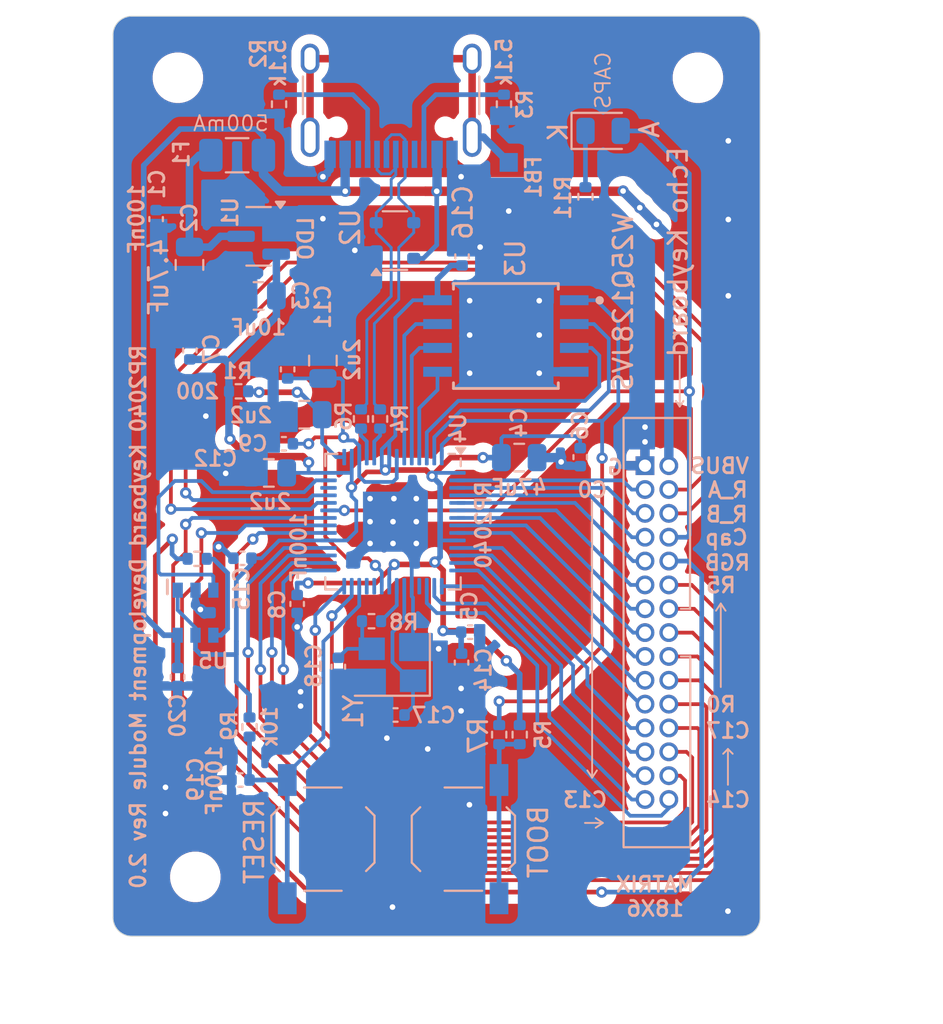
<source format=kicad_pcb>
(kicad_pcb (version 20240108) (generator "pcbnew") (generator_version "8.0")
  (title_block (title "Echo RP2040 Keyboard Module") (date "2024-12-21") (rev "1.01"))
  (layers (0 "F.Cu" signal) (31 "B.Cu" signal) (34 "B.Paste" user) (35 "F.Paste" user) (36 "B.SilkS" user "B.Silkscreen") (37 "F.SilkS" user "F.Silkscreen") (38 "B.Mask" user) (39 "F.Mask" user) (44 "Edge.Cuts" user))
  (net 0 "")
  (net 1 "Net-(BOOT1-B)")
  (net 2 "GND")
  (net 3 "+5V")
  (net 4 "+3V3")
  (net 5 "+1V1")
  (net 6 "Net-(U4-ADC_AVDD)")
  (net 7 "Net-(U4-XIN)")
  (net 8 "Net-(C18-Pad1)")
  (net 9 "NRST")
  (net 10 "VBUS")
  (net 11 "Net-(J1-SHIELD)")
  (net 12 "D-")
  (net 13 "D+")
  (net 14 "Net-(J1-CC2)")
  (net 17 "Net-(J1-CC1)")
  (net 18 "Net-(U4-USB_DP)")
  (net 19 "Net-(U4-USB_DM)")
  (net 20 "BOOT0")
  (net 21 "Net-(U4-XOUT)")
  (net 22 "RGB_DATA")
  (net 23 "Net-(U5-B)")
  (net 24 "Net-(U3-DI(IO0))")
  (net 25 "Net-(U3-DO(IO1))")
  (net 26 "Net-(U3-CLK)")
  (net 27 "Net-(U3-IO2)")
  (net 28 "Net-(U3-IO3)")
  (net 29 "COL7")
  (net 30 "RGB")
  (net 31 "ROW5")
  (net 32 "COL16")
  (net 33 "ROW3")
  (net 34 "COL2")
  (net 35 "COL0")
  (net 36 "COL4")
  (net 38 "COL9")
  (net 39 "COL14")
  (net 40 "COL11")
  (net 42 "COL1")
  (net 43 "COL6")
  (net 44 "COL8")
  (net 45 "COL10")
  (net 46 "COL5")
  (net 47 "ROW2")
  (net 48 "COL12")
  (net 49 "ROW1")
  (net 50 "ROW4")
  (net 51 "COL15")
  (net 52 "R_B")
  (net 53 "COL13")
  (net 54 "R_A")
  (net 55 "COL3")
  (net 56 "COL17")
  (net 57 "ROW0")
  (net 58 "Caps")
  (net 59 "Net-(LED1-K)")
  (footprint "MountingHole:MountingHole_2.2mm_M2" (layer "F.Cu") (at 143.18 77.28)
    (property "Reference" "REF**" (hide yes))
    (property "Value" "MountingHole_2.2mm_M2")
  )
  (footprint "MyConnectors:IDC_2X15_1.27MM" (layer "F.Cu") (at 140.994999 106.83 -90)
    (property "Reference" "J3" (hide yes))
    (property "Value" "Conn_02x15_Odd_Even")
  )
  (footprint "MountingHole:MountingHole_2.2mm_M2" (layer "F.Cu") (at 115.46 77.28)
    (property "Reference" "REF**" (hide yes))
    (property "Value" "MountingHole_2.2mm_M2")
  )
  (footprint "MountingHole:MountingHole_2.2mm_M2" (layer "F.Cu") (at 116.39 119.84)
    (property "Reference" "REF**" (hide yes))
    (property "Value" "MountingHole_2.2mm_M2")
  )
  (footprint "Capacitor_SMD:C_0402_1005Metric" (layer "B.Cu") (at 121.3104 92.8142 90)
    (property "Reference" "C10" (hide yes))
    (property "Value" "100nF" (hide yes))
  )
  (footprint "Capacitor_SMD:C_0402_1005Metric" (layer "B.Cu") (at 127.0625 111.2182 180)
    (property "Reference" "C17")
    (property "Value" "15p")
  )
  (footprint "Capacitor_SMD:C_0402_1005Metric" (layer "B.Cu") (at 118.9 102.87 180)
    (property "Reference" "C15")
    (property "Value" "100nF" (hide yes))
  )
  (footprint "Capacitor_SMD:C_0805_2012Metric" (layer "B.Cu") (at 116.078 87.249 -90)
    (property "Reference" "C2")
    (property "Value" "4.7uF")
  )
  (footprint "Capacitor_SMD:C_0402_1005Metric" (layer "B.Cu") (at 124.0145 108.6502 -90)
    (property "Reference" "C18")
    (property "Value" "15p" (hide yes))
  )
  (footprint "Capacitor_SMD:C_0402_1005Metric" (layer "B.Cu") (at 131.0386 106.807)
    (property "Reference" "C5")
    (property "Value" "100nF" (hide yes))
  )
  (footprint "Button_Switch_SMD:SW_SPST_TL3342" (layer "B.Cu") (at 123.19 117.831 -90)
    (property "Reference" "RST1" (hide yes))
    (property "Value" "SW_SPST" (hide yes))
  )
  (footprint "Resistor_SMD:R_0402_1005Metric" (layer "B.Cu") (at 118.6942 93.98 180)
    (property "Reference" "R1")
    (property "Value" "200")
  )
  (footprint "MyConnectors:USB_C_31-M-12" (layer "B.Cu") (at 126.8248 77.3138)
    (property "Reference" "J1" (hide yes))
    (property "Value" "USB_C_Receptacle_USB2.0" (hide yes))
  )
  (footprint "Package_DFN_QFN:QFN-56-1EP_7x7mm_P0.4mm_EP3.2x3.2mm" (layer "B.Cu") (at 126.927 100.9227 180)
    (property "Reference" "U4")
    (property "Value" "RP2040")
  )
  (footprint "Capacitor_SMD:C_0402_1005Metric" (layer "B.Cu") (at 121.1098 96.774 180)
    (property "Reference" "C9")
    (property "Value" "100nF" (hide yes))
  )
  (footprint "Resistor_SMD:R_0402_1005Metric" (layer "B.Cu") (at 119.2784 111.8596 -90)
    (property "Reference" "R9")
    (property "Value" "10k")
  )
  (footprint "Resistor_SMD:R_0402_1005Metric" (layer "B.Cu") (at 126.238 95.4512 -90)
    (property "Reference" "R4")
    (property "Value" "27" (hide yes))
  )
  (footprint "DevModules:BEADC1608X95N" (layer "B.Cu") (at 133.096 82.523 -90)
    (property "Reference" "FB1")
    (property "Value" "600R")
  )
  (footprint "Capacitor_SMD:C_0402_1005Metric" (layer "B.Cu") (at 121.8184 105.3058 -90)
    (property "Reference" "C8")
    (property "Value" "100nF")
  )
  (footprint "Capacitor_SMD:C_0805_2012Metric" (layer "B.Cu") (at 123.19 92.3442 90)
    (property "Reference" "C11")
    (property "Value" "2u2")
  )
  (footprint "Capacitor_SMD:C_0402_1005Metric" (layer "B.Cu") (at 136.906 97.4852 -90)
    (property "Reference" "C6")
    (property "Value" "100nF" (hide yes))
  )
  (footprint "Capacitor_SMD:C_0402_1005Metric" (layer "B.Cu") (at 115.443 109.192 -90)
    (property "Reference" "C20")
    (property "Value" "100nF" (hide yes))
  )
  (footprint "Capacitor_SMD:C_0805_2012Metric" (layer "B.Cu") (at 133.6548 97.5106)
    (property "Reference" "C4")
    (property "Value" "47uF")
  )
  (footprint "Button_Switch_SMD:SW_SPST_TL3342" (layer "B.Cu") (at 130.678 117.831 -90)
    (property "Reference" "BOOT1" (hide yes))
    (property "Value" "SW_SPST" (hide yes))
  )
  (footprint "Resistor_SMD:R_0402_1005Metric" (layer "B.Cu") (at 137.1854 83.6188 -90)
    (property "Reference" "R11")
    (property "Value" "1K")
  )
  (footprint "Resistor_SMD:R_0402_1005Metric" (layer "B.Cu") (at 132.842 78.6892 -90)
    (property "Reference" "R3")
    (property "Value" "5.1k")
  )
  (footprint "Package_TO_SOT_SMD:SOT-143" (layer "B.Cu") (at 127.0318 85.9508)
    (property "Reference" "U2")
    (property "Value" "PRTR5V0U2X" (hide yes))
  )
  (footprint "Resistor_SMD:R_0402_1005Metric" (layer "B.Cu") (at 133.6802 112.266 -90)
    (property "Reference" "R5")
    (property "Value" "10k")
  )
  (footprint "Fuse:Fuse_1206_3216Metric" (layer "B.Cu") (at 118.618 81.407 180)
    (property "Reference" "F1")
    (property "Value" "500mA")
  )
  (footprint "Capacitor_SMD:C_0402_1005Metric" (layer "B.Cu") (at 130.6068 86.7944 90)
    (property "Reference" "C16")
    (property "Value" "100nF")
  )
  (footprint "LED_SMD:LED_0805_2012Metric" (layer "B.Cu") (at 138.1275 80.1116)
    (property "Reference" "LED1" (hide yes))
    (property "Value" "CAPS")
  )
  (footprint "Capacitor_SMD:C_0402_1005Metric" (layer "B.Cu") (at 118.7984 114.681 180)
    (property "Reference" "C19")
    (property "Value" "100nF")
  )
  (footprint "MyComponents:SOIC_128JVSIQ_WIN" (layer "B.Cu") (at 132.9436 91.0336 180)
    (property "Reference" "U3")
    (property "Value" "W25Q128JVS")
  )
  (footprint "Resistor_SMD:R_0402_1005Metric" (layer "B.Cu") (at 125.7808 106.2228)
    (property "Reference" "R8")
    (property "Value" "1k" (hide yes))
  )
  (footprint "Capacitor_SMD:C_0805_2012Metric" (layer "B.Cu") (at 119.761 88.9 180)
    (property "Reference" "C3")
    (property "Value" "10uF")
  )
  (footprint "Capacitor_SMD:C_0805_2012Metric" (layer "B.Cu") (at 120.3096 98.3234 180)
    (property "Reference" "C12")
    (property "Value" "2u2")
  )
  (footprint "Capacitor_SMD:C_0402_1005Metric" (layer "B.Cu") (at 114.3 84.808 -90)
    (property "Reference" "C1")
    (property "Value" "100nF")
  )
  (footprint "Resistor_SMD:R_0402_1005Metric" (layer "B.Cu") (at 120.8532 78.6892 90)
    (property "Reference" "R2")
    (property "Value" "5.1k")
  )
  (footprint "Capacitor_SMD:C_0402_1005Metric" (layer "B.Cu") (at 130.5814 108.43 -90)
    (property "Reference" "C14")
    (property "Value" "100nF" (hide yes))
  )
  (footprint "Crystal:Crystal_SMD_3225-4Pin_3.2x2.5mm" (layer "B.Cu") (at 126.8925 108.54395 180)
    (property "Reference" "Y1")
    (property "Value" "12Mhz" (hide yes))
  )
  (footprint "Resistor_SMD:R_0402_1005Metric" (layer "B.Cu") (at 132.588 112.266 90)
    (property "Reference" "R7")
    (property "Value" "1k")
  )
  (footprint "Package_TO_SOT_SMD:SOT-23" (layer "B.Cu") (at 119.761 85.725 180)
    (property "Reference" "U1")
    (property "Value" "XC6206PxxxMR-Regulator_Linear" (hide yes))
  )
  (footprint "Resistor_SMD:R_0402_1005Metric" (layer "B.Cu") (at 125.222 95.4532 -90)
    (property "Reference" "R6")
    (property "Value" "27")
  )
  (footprint "SOT:SOT-26" (layer "B.Cu") (at 116.4 105.77)
    (property "Reference" "U5")
    (property "Value" "74LVC1T45" (hide yes))
  )
  (footprint "Capacitor_SMD:C_0402_1005Metric" (layer "B.Cu") (at 116.1 91.8 90)
    (property "Reference" "C7")
    (property "Value" "100nF" (hide yes))
  )
  (footprint "Resistor_SMD:R_0402_1005Metric" (layer "B.Cu") (at 116.49 102.9 180)
    (property "Reference" "R12" (hide yes))
    (property "Value" "27")
  )
  (footprint "Capacitor_SMD:C_0805_2012Metric" (layer "B.Cu") (at 122.1994 95.2246 180)
    (property "Reference" "C13" (hide yes))
    (property "Value" "2u2")
  )
  (gr_poly (pts (xy 120 84.165) (xy 120 85.95) (xy 121.85 85.95) (xy 121.85 87.8) (xy 126.3 87.8) (xy 126.3 86.3) (xy 125.35 86.3) (xy 125.3 84.15)) (stroke (width 0.1)) (fill solid) (layer "B.Cu") (net 2))
  (gr_poly (pts (xy 114.07 84.89) (xy 114.07 91.59) (xy 118 91.6) (xy 119.6 90) (xy 119.6 87.4) (xy 114.8 87.4) (xy 114.8 84.9)) (stroke (width 0.2)) (fill solid) (layer "B.Cu") (net 2))
  (gr_poly (pts (xy 129.9 82) (xy 129.9 86.7) (xy 135.509 86.7) (xy 135.509 87.63) (xy 138.235 87.63) (xy 138.235 83.8) (xy 135 83.8) (xy 135 82.7) (xy 132 82.7) (xy 132 82)) (stroke (width 0.2)) (fill solid) (layer "B.Cu") (net 2))
  (gr_poly (pts (xy 116.8 82.8) (xy 116.8 85.1) (xy 120 85.1) (xy 120 83.5) (xy 119.3 82.8)) (stroke (width 0.2)) (fill solid) (layer "B.Cu") (net 2))
  (gr_poly (pts (xy 120.29 91.96) (xy 120.29 94.66) (xy 120.79 94.66) (xy 120.78 91.96)) (stroke (width 0.1)) (fill solid) (layer "B.Cu") (net 2))
  (gr_poly (pts (xy 140.843 97.028) (xy 139.573 97.028) (xy 139.573 89.789) (xy 137.541 87.884) (xy 135.382 87.884) (xy 135.392 83.74) (xy 138.48 83.74) (xy 140.843 86.106)) (stroke (width 0.1)) (fill solid) (layer "B.Cu") (net 2))
  (gr_poly (pts (xy 127.3 106.9) (xy 127.3 108.3) (xy 129.1 108.3) (xy 129.1 110.5) (xy 129.1 111.9) (xy 126.9 111.9) (xy 126.9 110.3) (xy 126.5 110.3) (xy 126.5 108.8) (xy 123.6 108.8) (xy 123.6 122.3) (xy 131.8 122.3) (xy 131.8 116.1) (xy 131.8 106.427) (xy 131.3 106.427) (xy 131.3 108.5) (xy 129.8 108.5) (xy 129.8 107.3) (xy 129 107.3) (xy 129 106.9)) (stroke (width 0.1)) (fill solid) (layer "B.Cu") (net 2))
  (gr_poly (pts (xy 117.7 98.97) (xy 117.7 97.15) (xy 118.8 97.15) (xy 118.8 94.6) (xy 121.8 94.6) (xy 121.8 96.1) (xy 120.85 96.1) (xy 120.85 97.2) (xy 120.2 97.2) (xy 120.2 98.97)) (stroke (width 0.1)) (fill solid) (layer "B.Cu") (net 2))
  (gr_poly (pts (xy 120.29 92.57) (xy 124.56 92.57) (xy 124.55 90.2) (xy 126.3 88.45) (xy 126.3 87.7) (xy 121.84 87.73) (xy 121.84 90.03) (xy 120.29 91.96)) (stroke (width 0.1)) (fill solid) (layer "B.Cu") (net 2))
  (gr_poly (pts (xy 130.555 88.613) (xy 135.382 88.613) (xy 135.382 93.472) (xy 130.555 93.472)) (stroke (width 0.2)) (fill solid) (layer "B.Cu") (net 2))
  (gr_poly (pts (xy 131.4 85.7) (xy 131.4 89.2) (xy 135.4 89.2) (xy 135.4 85.7)) (stroke (width 0.2)) (fill solid) (layer "B.Cu") (net 2))
  (gr_poly (pts (xy 132.2 78.9) (xy 132.2 79.7) (xy 134 79.7) (xy 134 82.8) (xy 135 82.8) (xy 135 78.9)) (stroke (width 0.2)) (fill solid) (layer "B.Cu") (net 2))
  (gr_line (start 142.21 94.79) (end 142.41 94.49) (stroke (width 0.1)) (layer "B.SilkS"))
  (gr_line (start 144.78 113.03) (end 145.034 113.284) (stroke (width 0.1)) (layer "B.SilkS"))
  (gr_line (start 137.541 99.822) (end 137.541 114.554) (stroke (width 0.1)) (layer "B.SilkS"))
  (gr_line (start 137.541 114.554) (end 137.287 114.173) (stroke (width 0.1)) (layer "B.SilkS"))
  (gr_line (start 142.21 92.09) (end 142.21 94.79) (stroke (width 0.1)) (layer "B.SilkS"))
  (gr_line (start 144.78 113.03) (end 144.526 113.284) (stroke (width 0.1)) (layer "B.SilkS"))
  (gr_line (start 144.399 105.283) (end 144.653 105.664) (stroke (width 0.1)) (layer "B.SilkS"))
  (gr_line (start 144.145 105.664) (end 144.399 105.283) (stroke (width 0.1)) (layer "B.SilkS"))
  (gr_line (start 137.16 116.967) (end 138.1125 116.967) (stroke (width 0.1)) (layer "B.SilkS"))
  (gr_line (start 138.1125 116.967) (end 137.7315 116.713) (stroke (width 0.1)) (layer "B.SilkS"))
  (gr_line (start 137.795 114.173) (end 137.541 114.554) (stroke (width 0.1)) (layer "B.SilkS"))
  (gr_line (start 144.78 114.935) (end 144.78 113.03) (stroke (width 0.1)) (layer "B.SilkS"))
  (gr_line (start 144.399 109.728) (end 144.399 105.283) (stroke (width 0.1)) (layer "B.SilkS"))
  (gr_line (start 142.21 94.79) (end 142.01 94.49) (stroke (width 0.1)) (layer "B.SilkS"))
  (gr_line (start 138.1125 116.967) (end 137.7315 117.221) (stroke (width 0.1)) (layer "B.SilkS"))
  (gr_arc (start 145.5 74) (mid 146.207107 74.292893) (end 146.5 75) (stroke (width 0.05)) (layer "Edge.Cuts"))
  (gr_arc (start 112 75) (mid 112.292893 74.292893) (end 113 74) (stroke (width 0.05)) (layer "Edge.Cuts"))
  (gr_line (start 146.5 122) (end 146.5 75) (stroke (width 0.05)) (layer "Edge.Cuts"))
  (gr_line (start 145.5 74) (end 113 74) (stroke (width 0.05)) (layer "Edge.Cuts"))
  (gr_line (start 112 75) (end 112 122) (stroke (width 0.05)) (layer "Edge.Cuts"))
  (gr_arc (start 146.5 122) (mid 146.207107 122.707107) (end 145.5 123) (stroke (width 0.05)) (layer "Edge.Cuts"))
  (gr_line (start 113 123) (end 145.5 123) (stroke (width 0.05)) (layer "Edge.Cuts"))
  (gr_arc (start 113 123) (mid 112.292893 122.707107) (end 112 122) (stroke (width 0.05)) (layer "Edge.Cuts"))
  (gr_text "K" (at 135.05 79.58 -90) (layer "B.SilkS") (effects (font (size 1 1)) (justify left bottom)))
  (gr_text "R0" (at 145.288 111.125 0) (layer "B.SilkS") (effects (font (size 0.8 0.8) (thickness 0.15) (bold yes)) (justify left bottom mirror)))
  (gr_text "MATRIX\n18X6" (at 140.9 122 0) (layer "B.SilkS") (effects (font (size 0.8 0.8) (thickness 0.15) (bold yes)) (justify bottom mirror)))
  (gr_text "LDO" (at 122.75 84.6 90) (layer "B.SilkS") (effects (font (size 0.8 0.8)) (justify left bottom mirror)))
  (gr_text "Echo Keyboard" (at 142.704 80.8674 90) (layer "B.SilkS") (effects (font (size 1 1)) (justify left bottom mirror)))
  (gr_text "A" (at 141.19 80.57 90) (layer "B.SilkS") (effects (font (size 1 1)) (justify left bottom)))
  (gr_text "G" (at 139.27 98.49 0) (layer "B.SilkS") (effects (font (size 0.8 0.8) (thickness 0.15) (bold yes)) (justify left bottom mirror)))
  (gr_text "RP2040 Keyboard Development Module Rev 2.0" (at 113.81 105.99 90) (layer "B.SilkS") (effects (font (size 0.8 0.8)) (justify bottom mirror)))
  (gr_text "C17" (at 146.05 112.522 0) (layer "B.SilkS") (effects (font (size 0.8 0.8) (thickness 0.15) (bold yes)) (justify left bottom mirror)))
  (gr_text "R5" (at 145.288 104.775 0) (layer "B.SilkS") (effects (font (size 0.8 0.8) (thickness 0.15) (bold yes)) (justify left bottom mirror)))
  (gr_text "CAPS" (at 138.59 75.83 90) (layer "B.SilkS") (effects (font (size 0.8 0.8) (thickness 0.1)) (justify left bottom mirror)))
  (gr_text "C13" (at 138.43 116.205 0) (layer "B.SilkS") (effects (font (size 0.8 0.8) (thickness 0.15) (bold yes)) (justify left bottom mirror)))
  (gr_text "C0" (at 138.43 99.695 0) (layer "B.SilkS") (effects (font (size 0.8 0.8) (thickness 0.15) (bold yes)) (justify left bottom mirror)))
  (gr_text "RGB" (at 146.05 103.5812 0) (layer "B.SilkS") (effects (font (size 0.8 0.8) (thickness 0.15) (bold yes)) (justify left bottom mirror)))
  (gr_text "Cap" (at 145.923 102.235 0) (layer "B.SilkS") (effects (font (size 0.8 0.8) (thickness 0.15) (bold yes)) (justify left bottom mirror)))
  (gr_text "R_A" (at 145.923 99.695 0) (layer "B.SilkS") (effects (font (size 0.8 0.8) (thickness 0.15) (bold yes)) (justify left bottom mirror)))
  (gr_text "VBUS" (at 145.99 98.42 0) (layer "B.SilkS") (effects (font (size 0.8 0.8) (thickness 0.15) (bold yes)) (justify left bottom mirror)))
  (gr_text "RESET" (at 120.12 115.6 90) (layer "B.SilkS") (effects (font (size 1 1)) (justify left bottom mirror)))
  (gr_text "R_B" (at 145.923 101 0) (layer "B.SilkS") (effects (font (size 0.8 0.8) (thickness 0.15) (bold yes)) (justify left bottom mirror)))
  (gr_text "BOOT" (at 135.255 115.951 90) (layer "B.SilkS") (effects (font (size 1 1)) (justify left bottom mirror)))
  (gr_text "C14" (at 146.05 116.205 0) (layer "B.SilkS") (effects (font (size 0.8 0.8) (thickness 0.15) (bold yes)) (justify left bottom mirror)))
  (segment (start 132.588 112.776) (end 133.6802 112.776) (width 0.25) (layer "B.Cu") (net 1))
  (segment (start 132.588 112.776) (end 132.588 114.671) (width 0.25) (layer "B.Cu") (net 1))
  (segment (start 132.578 120.981) (end 132.578 114.681) (width 0.25) (layer "B.Cu") (net 1))
  (segment (start 118.0084 98.3488) (end 118.0084 101.8816) (width 0.25) (layer "F.Cu") (net 2))
  (segment (start 117.983 98.3742) (end 118.0084 98.3488) (width 0.4) (layer "F.Cu") (net 2))
  (segment (start 118.0084 101.8816) (end 117.63 102.26) (width 0.25) (layer "F.Cu") (net 2))
  (segment (start 123.19 82.55) (end 123.19 84.7852) (width 0.4) (layer "F.Cu") (net 2))
  (via (at 126.6 112.45) (size 0.6) (drill 0.3) (layers "F.Cu" "B.Cu") (net 2))
  (via (at 130.556 109.8042) (size 0.6) (drill 0.3) (layers "F.Cu" "B.Cu") (net 2))
  (via (at 117.63 102.26) (size 0.6) (drill 0.3) (layers "F.Cu" "B.Cu") (net 2))
  (via (at 144.8 80.639) (size 0.6) (drill 0.3) (layers "F.Cu" "B.Cu") (net 2))
  (via (at 122 110.744) (size 0.6) (drill 0.3) (layers "F.Cu" "B.Cu") (net 2))
  (via (at 126.927 100.9227) (size 0.6) (drill 0.3) (layers "F.Cu" "B.Cu") (net 2))
  (via (at 131.0132 93.0148) (size 0.6) (drill 0.3) (layers "F.Cu" "B.Cu") (net 2))
  (via (at 122 109.982) (size 0.6) (drill 0.3) (layers "F.Cu" "B.Cu") (net 2))
  (via (at 131.0132 89.154) (size 0.6) (drill 0.3) (layers "F.Cu" "B.Cu") (net 2))
  (via (at 116.95 95.3) (size 0.6) (drill 0.3) (layers "F.Cu" "B.Cu") (net 2))
  (via (at 131 116) (size 0.6) (drill 0.3) (layers "F.Cu" "B.Cu") (net 2))
  (via (at 123.19 82.55) (size 0.6) (drill 0.3) (layers "F.Cu" "B.Cu") (net 2))
  (via (at 131.0132 90.9828) (size 0.6) (drill 0.3) (layers "F.Cu" "B.Cu") (net 2))
  (via (at 133.096 84.3788) (size 0.6) (drill 0.3) (layers "F.Cu" "B.Cu") (net 2))
  (via (at 123.19 84.7852) (size 0.6) (drill 0.3) (layers "F.Cu" "B.Cu") (net 2))
  (via (at 126.927 102.0826) (size 0.6) (drill 0.3) (layers "F.Cu" "B.Cu") (net 2))
  (via (at 130.556004 82.549996) (size 0.6) (drill 0.3) (layers "F.Cu" "B.Cu") (net 2))
  (via (at 125.7046 99.695) (size 0.6) (drill 0.3) (layers "F.Cu" "B.Cu") (net 2))
  (via (at 118.0084 98.3488) (size 0.6) (drill 0.3) (layers "F.Cu" "B.Cu") (net 2))
  (via (at 125.7046 102.0826) (size 0.6) (drill 0.3) (layers "F.Cu" "B.Cu") (net 2))
  (via (at 114.8 116.467) (size 0.6) (drill 0.3) (layers "F.Cu" "B.Cu") (net 2))
  (via (at 121.8184 106.5276) (size 0.6) (drill 0.3) (layers "F.Cu" "B.Cu") (net 2))
  (via (at 129.36015 107.69395) (size 0.6) (drill 0.3) (layers "F.Cu" "B.Cu") (net 2))
  (via (at 134.7216 89.154) (size 0.6) (drill 0.3) (layers "F.Cu" "B.Cu") (net 2))
  (via (at 128.1684 99.695) (size 0.6) (drill 0.3) (layers "F.Cu" "B.Cu") (net 2))
  (via (at 140.360005 95.885) (size 0.6) (drill 0.3) (layers "F.Cu" "B.Cu") (net 2))
  (via (at 134.7216 90.9828) (size 0.6) (drill 0.3) (layers "F.Cu" "B.Cu") (net 2))
  (via (at 128.1684 100.9227) (size 0.6) (drill 0.3) (layers "F.Cu" "B.Cu") (net 2))
  (via (at 116.66 105.6) (size 0.6) (drill 0.3) (layers "F.Cu" "B.Cu") (net 2))
  (via (at 124.8918 86.472) (size 0.6) (drill 0.3) (layers "F.Cu" "B.Cu") (net 2))
  (via (at 144.8 84.83) (size 0.6) (drill 0.3) (layers "F.Cu" "B.Cu") (net 2))
  (via (at 126.9 121.45) (size 0.6) (drill 0.3) (layers "F.Cu" "B.Cu") (net 2))
  (via (at 128.778 113.028) (size 0.6) (drill 0.3) (layers "F.Cu" "B.Cu") (net 2))
  (via (at 135.89 97.7392) (size 0.6) (drill 0.3) (layers "F.Cu" "B.Cu") (net 2))
  (via (at 140.360005 96.672005) (size 0.6) (drill 0.3) (layers "F.Cu" "B.Cu") (net 2))
  (via (at 125.7046 100.9227) (size 0.6) (drill 0.3) (layers "F.Cu" "B.Cu") (net 2))
  (via (at 134.7216 93.0148) (size 0.6) (drill 0.3) (layers "F.Cu" "B.Cu") (net 2))
  (via (at 131.572 86.299675) (size 0.6) (drill 0.3) (layers "F.Cu" "B.Cu") (net 2))
  (via (at 144.78 121.666) (size 0.6) (drill 0.3) (layers "F.Cu" "B.Cu") (net 2))
  (via (at 128.1684 102.0826) (size 0.6) (drill 0.3) (layers "F.Cu" "B.Cu") (net 2))
  (via (at 130.556 111) (size 0.6) (drill 0.3) (layers "F.Cu" "B.Cu") (net 2))
  (via (at 144.8 88.894) (size 0.6) (drill 0.3) (layers "F.Cu" "B.Cu") (net 2))
  (via (at 126.9746 99.695) (size 0.6) (drill 0.3) (layers "F.Cu" "B.Cu") (net 2))
  (via (at 114.8 115.07) (size 0.6) (drill 0.3) (layers "F.Cu" "B.Cu") (net 2))
  (segment (start 134.6048 97.5106) (end 135.6614 97.5106) (width 0.4) (layer "B.Cu") (net 2))
  (segment (start 130.556 111) (end 128.778 112.778) (width 0.4) (layer "B.Cu") (net 2))
  (segment (start 114.6658 88.199) (end 114.3 87.8332) (width 0.4) (layer "B.Cu") (net 2))
  (segment (start 125.09 120.981) (end 125.09 114.681) (width 0.4) (layer "B.Cu") (net 2))
  (segment (start 118.394596 102.895404) (end 117.759192 102.26) (width 0.3) (layer "B.Cu") (net 2))
  (segment (start 134.8646 92.9386) (end 132.9685 91.0425) (width 0.4) (layer "B.Cu") (net 2))
  (segment (start 119.3596 97.2516) (end 119.8372 96.774) (width 0.4) (layer "B.Cu") (net 2))
  (segment (start 125.09 114.681) (end 128.778 114.681) (width 0.4) (layer "B.Cu") (net 2))
  (segment (start 130.5814 109.9058) (end 130.5814 108.91) (width 0.3048) (layer "B.Cu") (net 2))
  (segment (start 129.36015 108.8286) (end 129.44155 108.91) (width 0.3048) (layer "B.Cu") (net 2))
  (segment (start 125.7925 109.39395) (end 125.7925 110.7303) (width 0.3048) (layer "B.Cu") (net 2))
  (segment (start 123.5748 81.3588) (end 123.5748 82.1652) (width 0.4) (layer "B.Cu") (net 2))
  (segment (start 131.5186 106.807) (end 131.5186 108.74) (width 0.3048) (layer "B.Cu") (net 2))
  (segment (start 129.44155 108.91) (end 130.5814 108.91) (width 0.2) (layer "B.Cu") (net 2))
  (segment (start 119.3596 98.3234) (end 118.0338 98.3234) (width 0.4) (layer "B.Cu") (net 2))
  (segment (start 125.09 120.981) (end 128.778 120.981) (width 0.4) (layer "B.Cu") (net 2))
  (segment (start 118.0338 98.3234) (end 118.0084 98.3488) (width 0.2) (layer "B.Cu") (net 2))
  (segment (start 130.0748 82.068792) (end 130.556004 82.549996) (width 0.4) (layer "B.Cu") (net 2))
  (segment (start 133.096 83.258) (end 133.096 84.3788) (width 0.4) (layer "B.Cu") (net 2))
  (segment (start 130.6068 86.3144) (end 131.557275 86.3144) (width 0.4) (layer "B.Cu") (net 2))
  (segment (start 126.2804 111.2182) (end 126.5825 111.2182) (width 0.3048) (layer "B.Cu") (net 2))
  (segment (start 116.078 88.199) (end 114.6658 88.199) (width 0.4) (layer "B.Cu") (net 2))
  (segment (start 125.7925 109.39395) (end 124.27825 109.39395) (width 0.2) (layer "B.Cu") (net 2))
  (segment (start 128.778 114.681) (end 128.778 113.028) (width 0.4) (layer "B.Cu") (net 2))
  (segment (start 127.9925 107.69395) (end 129.36015 107.69395) (width 0.3048) (layer "B.Cu") (net 2))
  (segment (start 136.116 97.9652) (end 135.6614 97.5106) (width 0.254) (layer "B.Cu") (net 2))
  (segment (start 126.0318 86.7008) (end 125.1206 86.7008) (width 0.3) (layer "B.Cu") (net 2))
  (segment (start 123.5748 82.1652) (end 123.19 82.55) (width 0.4) (layer "B.Cu") (net 2))
  (segment (start 127.927 104.3602) (end 127.927 104.9) (width 0.2) (layer "B.Cu") (net 2))
  (segment (start 121.8184 105.7858) (end 121.8184 106.5276) (width 0.25) (layer "B.Cu") (net 2))
  (segment (start 131.557275 86.3144) (end 131.572 86.299675) (width 0.4) (layer "B.Cu") (net 2))
  (segment (start 119.3596 98.3234) (end 119.3596 97.2516) (width 0.4) (layer "B.Cu") (net 2))
  (segment (start 135.6614 97.5106) (end 135.89 97.7392) (width 0.4) (layer "B.Cu") (net 2))
  (segment (start 117.759192 102.26) (end 117.63 102.26) (width 0.3) (layer "B.Cu") (net 2))
  (segment (start 125.09 114.681) (end 125.09 110.09645) (width 0.4) (layer "B.Cu") (net 2))
  (segment (start 140.36 97.94) (end 140.36 95.885003) (width 0.5) (layer "B.Cu") (net 2))
  (segment (start 125.09 110.09645) (end 125.7925 109.39395) (width 0.4) (layer "B.Cu") (net 2))
  (segment (start 121.2494 95.2246) (end 120.6552 95.2246) (width 0.3) (layer "B.Cu") (net 2))
  (segment (start 131.5186 108.74) (end 131.3486 108.91) (width 0.3048) (layer "B.Cu") (net 2))
  (segment (start 128.778 112.778) (end 128.778 113.028) (width 0.4) (layer "B.Cu") (net 2))
  (segment (start 120.6298 92.4762) (end 120.7718 92.3342) (width 0.3048) (layer "B.Cu") (net 2))
  (segment (start 131.3486 108.91) (end 129.44155 108.91) (width 0.3048) (layer "B.Cu") (net 2))
  (segment (start 119.8372 96.774) (end 120.6298 96.774) (width 0.4) (layer "B.Cu") (net 2))
  (segment (start 136.906 97.9652) (end 136.116 97.9652) (width 0.4) (layer "B.Cu") (net 2))
  (segment (start 123.1798 84.775) (end 123.19 84.7852) (width 0.4) (layer "B.Cu") (net 2))
  (segment (start 128.778 120.981) (end 128.778 114.681) (width 0.4) (layer "B.Cu") (net 2))
  (segment (start 140.360005 96.672005) (end 140.360005 95.884998) (width 0.4) (layer "B.Cu") (net 2))
  (segment (start 130.556 111) (end 130.556 109.8042) (width 0.4) (layer "B.Cu") (net 2))
  (segment (start 123.19 91.3942) (end 124.8918 89.6924) (width 0.3) (layer "B.Cu") (net 2))
  (segment (start 120.6298 96.774) (end 120.6298 92.4762) (width 0.3048) (layer "B.Cu") (net 2))
  (segment (start 136.116 97.9652) (end 135.89 97.7392) (width 0.4) (layer "B.Cu") (net 2))
  (segment (start 131.264008 83.258) (end 130.556004 82.549996) (width 0.4) (layer "B.Cu") (net 2))
  (segment (start 140.36 95.885003) (end 140.360005 95.884998) (width 0.5) (layer "B.Cu") (net 2))
  (segment (start 133.096 83.258) (end 131.264008 83.258) (width 0.4) (layer "B.Cu") (net 2))
  (segment (start 121.5848 91.3942) (end 123.19 91.3942) (width 0.3) (layer "B.Cu") (net 2))
  (segment (start 121.3104 91.6686) (end 121.5848 91.3942) (width 0.3) (layer "B.Cu") (net 2))
  (segment (start 114.3 85.288) (end 114.3 87.8332) (width 0.4) (layer "B.Cu") (net 2))
  (segment (start 124.27825 109.39395) (end 124.0145 109.1302) (width 0.2) (layer "B.Cu") (net 2))
  (segment (start 125.7925 110.7303) (end 126.2804 111.2182) (width 0.3048) (layer "B.Cu") (net 2))
  (segment (start 127.9925 104.9655) (end 127.9925 107.69395) (width 0.2) (layer "B.Cu") (net 2))
  (segment (start 125.1206 86.7008) (end 124.8918 86.472) (width 0.3) (layer "B.Cu") (net 2))
  (segment (start 116.1 91.32) (end 116.1 88.221) (width 0.4) (layer "B.Cu") (net 2))
  (segment (start 127.927 104.9) (end 127.9925 104.9655) (width 0.2) (layer "B.Cu") (net 2))
  (segment (start 116.4 105.34) (end 116.66 105.6) (width 0.25) (layer "B.Cu") (net 2))
  (segment (start 120.6985 84.775) (end 123.1798 84.775) (width 0.4) (layer "B.Cu") (net 2))
  (segment (start 129.36015 107.69395) (end 129.36015 108.8286) (width 0.3048) (layer "B.Cu") (net 2))
  (segment (start 129.3622 107.696) (end 129.36015 107.69395) (width 0.2) (layer "B.Cu") (net 2))
  (segment (start 127.927 104.3602) (end 127.927 101.9227) (width 0.2) (layer "B.Cu") (net 2))
  (segment (start 136.5885 92.9386) (end 134.8646 92.9386) (width 0.4) (layer "B.Cu") (net 2))
  (segment (start 120.7718 92.3342) (end 121.3104 92.3342) (width 0.3048) (layer "B.Cu") (net 2))
  (segment (start 130.0748 81.3588) (end 130.0748 82.068792) (width 0.4) (layer "B.Cu") (net 2))
  (segment (start 121.3104 92.3342) (end 121.3104 91.6686) (width 0.3) (layer "B.Cu") (net 2))
  (segment (start 124.8918 89.6924) (end 124.8918 86.472) (width 0.3) (layer "B.Cu") (net 2))
  (segment (start 116.4 104.57) (end 116.4 105.34) (width 0.25) (layer "B.Cu") (net 2))
  (segment (start 116.078 86.299) (end 116.078 81.915) (width 0.4) (layer "B.Cu") (net 3))
  (segment (start 115.978 84.328) (end 116.078 84.428) (width 0.4) (layer "B.Cu") (net 3))
  (segment (start 116.586 81.407) (end 117.218 81.407) (width 0.4) (layer "B.Cu") (net 3))
  (segment (start 117.155 86.299) (end 117.729 85.725) (width 0.4) (layer "B.Cu") (net 3))
  (segment (start 114.3 84.328) (end 115.978 84.328) (width 0.4) (layer "B.Cu") (net 3))
  (segment (start 116.078 86.299) (end 117.155 86.299) (width 0.4) (layer "B.Cu") (net 3))
  (segment (start 116.078 84.428) (end 116.078 86.299) (width 0.4) (layer "B.Cu") (net 3))
  (segment (start 117.729 85.725) (end 118.8235 85.725) (width 0.4) (layer "B.Cu") (net 3))
  (segment (start 116.078 81.915) (end 116.586 81.407) (width 0.4) (layer "B.Cu") (net 3))
  (segment (start 129.5908 106.7308) (end 131.3688 106.7308) (width 0.3) (layer "F.Cu") (net 4))
  (segment (start 129.159 103.0732) (end 129.6 103.5142) (width 0.3) (layer "F.Cu") (net 4))
  (segment (start 122.1232 97.4598) (end 119.1768 97.4598) (width 0.4) (layer "F.Cu") (net 4))
  (segment (start 128.6764 98.171) (end 126.5174 98.171) (width 0.3) (layer "F.Cu") (net 4))
  (segment (start 129.6 103.5142) (end 129.6 106.7216) (width 0.3) (layer "F.Cu") (net 4))
  (segment (start 127 103.2002) (end 126.009399 104.190801) (width 0.25) (layer "F.Cu") (net 4))
  (segment (start 129.6 106.7216) (end 129.5908 106.7308) (width 0.3) (layer "F.Cu") (net 4))
  (segment (start 122.402601 104.190801) (end 122.4026 104.1908) (width 0.25) (layer "F.Cu") (net 4))
  (segment (start 119.1768 97.4598) (end 118.237 96.52) (width 0.4) (layer "F.Cu") (net 4))
  (segment (start 125.5268 98.2726) (end 126.4158 98.2726) (width 0.25) (layer "F.Cu") (net 4))
  (segment (start 126.4158 98.2726) (end 126.5174 98.171) (width 0.25) (layer "F.Cu") (net 4))
  (segment (start 124.714 99.0854) (end 125.5268 98.2726) (width 0.25) (layer "F.Cu") (net 4))
  (segment (start 129.0066 98.5012) (end 128.6764 98.171) (width 0.3) (layer "F.Cu") (net 4))
  (segment (start 129.0066 98.5012) (end 129.9972 97.5106) (width 0.3) (layer "F.Cu") (net 4))
  (segment (start 126.009399 104.190801) (end 122.402601 104.190801) (width 0.25) (layer "F.Cu") (net 4))
  (segment (start 129.9972 97.5106) (end 131.7244 97.5106) (width 0.3) (layer "F.Cu") (net 4))
  (segment (start 122.428 97.7646) (end 122.1232 97.4598) (width 0.4) (layer "F.Cu") (net 4))
  (segment (start 129.159 103.0732) (end 129.032 103.2002) (width 0.2) (layer "F.Cu") (net 4))
  (segment (start 129.032 103.2002) (end 127 103.2002) (width 0.3) (layer "F.Cu") (net 4))
  (segment (start 131.3688 106.7308) (end 132.969 108.331) (width 0.3) (layer "F.Cu") (net 4))
  (via (at 129.5908 106.7308) (size 0.6) (drill 0.3) (layers "F.Cu" "B.Cu") (net 4))
  (via (at 129.0066 98.5012) (size 0.6) (drill 0.3) (layers "F.Cu" "B.Cu") (net 4))
  (via (at 124.714 99.0854) (size 0.6) (drill 0.3) (layers "F.Cu" "B.Cu") (net 4))
  (via (at 129.159 103.0732) (size 0.6) (drill 0.3) (layers "F.Cu" "B.Cu") (net 4))
  (via (at 132.969 108.331) (size 0.6) (drill 0.3) (layers "F.Cu" "B.Cu") (net 4))
  (via (at 122.428 97.7646) (size 0.6) (drill 0.3) (layers "F.Cu" "B.Cu") (net 4))
  (via (at 118.237 96.52) (size 0.6) (drill 0.3) (layers "F.Cu" "B.Cu") (net 4))
  (via (at 122.4026 104.1908) (size 0.6) (drill 0.3) (layers "F.Cu" "B.Cu") (net 4))
  (via (at 131.7244 97.5106) (size 0.6) (drill 0.3) (layers "F.Cu" "B.Cu") (net 4))
  (via (at 126.5174 98.171) (size 0.6) (drill 0.3) (layers "F.Cu" "B.Cu") (net 4))
  (via (at 127 103.2002) (size 0.6) (drill 0.3) (layers "F.Cu" "B.Cu") (net 4))
  (segment (start 130.3645 98.3227) (end 129.1851 98.3227) (width 0.2) (layer "B.Cu") (net 4))
  (segment (start 119.2784 110.1484) (end 119.2784 111.3496) (width 0.25) (layer "B.Cu") (net 4))
  (segment (start 121.8184 104.190804) (end 121.818404 104.1908) (width 0.25) (layer "B.Cu") (net 4))
  (segment (start 126.727 97.9614) (end 126.5174 98.171) (width 0.2) (layer "B.Cu") (net 4))
  (segment (start 124.727 99.0724) (end 124.714 99.0854) (width 0.2) (layer "B.Cu") (net 4))
  (segment (start 123.4895 98.3227) (end 124.714 98.3227) (width 0.2) (layer "B.Cu") (net 4))
  (segment (start 118.565 108) (end 116.68 108) (width 0.25) (layer "B.Cu") (net 4))
  (segment (start 126.727 97.4852) (end 126.727 97.9614) (width 0.2) (layer "B.Cu") (net 4))
  (segment (start 126.727 103.4732) (end 127 103.2002) (width 0.2) (layer "B.Cu") (net 4))
  (segment (start 130.5586 106.807) (end 130.5586 107.9272) (width 0.3) (layer "B.Cu") (net 4))
  (segment (start 119.38 102.87) (end 119.9134 102.87) (width 0.2) (layer "B.Cu") (net 4))
  (segment (start 129.4384 102.7938) (end 129.4384 98.933002) (width 0.3) (layer "B.Cu") (net 4))
  (segment (start 121.818404 104.1908) (end 122.4026 104.1908) (width 0.25) (layer "B.Cu") (net 4))
  (segment (start 116.1 92.28) (end 117.9554 92.28) (width 0.4) (layer "B.Cu") (net 4))
  (segment (start 126.727 96.666) (end 127.0508 96.3422) (width 0.2) (layer "B.Cu") (net 4))
  (segment (start 129.667 106.807) (end 129.5908 106.7308) (width 0.2) (layer "B.Cu") (net 4))
  (segment (start 129.1851 98.3227) (end 129.0066 98.5012) (width 0.2) (layer "B.Cu") (net 4))
  (segment (start 136.906 96.5962) (end 136.906 97.0052) (width 0.2) (layer "B.Cu") (net 4))
  (segment (start 122.428 98.3227) (end 122.428 97.7646) (width 0.2) (layer "B.Cu") (net 4))
  (segment (start 129.4384 98.933) (end 129.4384 98.933002) (width 0.3) (layer "B.Cu") (net 4))
  (segment (start 129.2987 87.9983) (end 129.2987 89.1286) (width 0.3) (layer "B.Cu") (net 4))
  (segment (start 126.327 97.9806) (end 126.5174 98.171) (width 0.2) (layer "B.Cu") (net 4))
  (segment (start 120.8607 101.9227) (end 123.4895 101.9227) (width 0.2) (layer "B.Cu") (net 4))
  (segment (start 132.7048 97.5106) (end 132.7048 96.4794) (width 0.2) (layer "B.Cu") (net 4))
  (segment (start 127.0508 90.0684) (end 127.9906 89.1286) (width 0.2) (layer "B.Cu") (net 4))
  (segment (start 132.8166 96.3676) (end 136.6774 96.3676) (width 0.2) (layer "B.Cu") (net 4))
  (segment (start 130.0226 87.2744) (end 129.2987 87.9983) (width 0.3) (layer "B.Cu") (net 4))
  (segment (start 124.727 97.4852) (end 124.727 99.0724) (width 0.2) (layer "B.Cu") (net 4))
  (segment (start 133.6802 111.756) (end 133.6802 109.0422) (width 0.3) (layer "B.Cu") (net 4))
  (segment (start 136.6774 96.3676) (end 136.906 96.5962) (width 0.2) (layer "B.Cu") (net 4))
  (segment (start 116.4 106.58) (end 116.4 106.97) (width 0.2) (layer "B.Cu") (net 4))
  (segment (start 127.0508 96.3422) (end 127.0508 90.0684) (width 0.2) (layer "B.Cu") (net 4))
  (segment (start 118.1842 92.5088) (end 120.711 89.982) (width 0.4) (layer "B.Cu") (net 4))
  (segment (start 118.575 109.445) (end 119.2784 110.1484) (width 0.25) (layer "B.Cu") (net 4))
  (segment (start 118.575 104.005) (end 118.575 107.28) (width 0.25) (layer "B.Cu") (net 4))
  (segment (start 121.8184 104.8258) (end 121.8184 104.190804) (width 0.25) (layer "B.Cu") (net 4))
  (segment (start 126.327 97.4852) (end 126.327 97.9806) (width 0.2) (layer "B.Cu") (net 4))
  (segment (start 118.1842 96.4672) (end 118.1842 92.5088) (width 0.4) (layer "B.Cu") (net 4))
  (segment (start 124.968 101.4326) (end 124.968 99.822) (width 0.2) (layer "B.Cu") (net 4))
  (segment (start 127.9906 89.1286) (end 129.2987 89.1286) (width 0.2) (layer "B.Cu") (net 4))
  (segment (start 130.5586 106.807) (end 129.667 106.807) (width 0.3) (layer "B.Cu") (net 4))
  (segment (start 115.45 104.57) (end 115.45 105.63) (width 0.2) (layer "B.Cu") (net 4))
  (segment (start 118.237 96.52) (end 118.1842 96.4672) (width 0.4) (layer "B.Cu") (net 4))
  (segment (start 129.0066 98.5012) (end 129.4384 98.933) (width 0.3) (layer "B.Cu") (net 4))
  (segment (start 120.711 89.982) (end 120.711 88.9) (width 0.4) (layer "B.Cu") (net 4))
  (segment (start 126.727 97.4852) (end 126.727 96.666) (width 0.2) (layer "B.Cu") (net 4))
  (segment (start 130.6068 87.2744) (end 130.0226 87.2744) (width 0.3) (layer "B.Cu") (net 4))
  (segment (start 130.3645 101.9227) (end 129.4459 101.9227) (width 0.2) (layer "B.Cu") (net 4))
  (segment (start 117.9554 92.28) (end 118.1842 92.5088) (width 0.4) (layer "B.Cu") (net 4))
  (segment (start 132.7048 96.4794) (end 132.8166 96.3676) (width 0.2) (layer "B.Cu") (net 4))
  (segment (start 131.7244 97.5106) (end 132.7048 97.5106) (width 0.3) (layer "B.Cu") (net 4))
  (segment (start 115.45 105.63) (end 116.4 106.58) (width 0.2) (layer "B.Cu") (net 4))
  (segment (start 123.4895 98.3227) (end 122.428 98.3227) (width 0.2) (layer "B.Cu") (net 4))
  (segment (start 119.9134 102.87) (end 120.8607 101.9227) (width 0.2) (layer "B.Cu") (net 4))
  (segment (start 120.711 88.9) (end 120.711 86.6875) (width 0.4) (layer "B.Cu") (net 4))
  (segment (start 118.575 107.28) (end 118.575 107.99) (width 0.25) (layer "B.Cu") (net 4))
  (segment (start 118.575 107.99) (end 118.565 108) (width 0.25) (layer "B.Cu") (net 4))
  (segment (start 126.327 97.4852) (end 126.327 97.066) (width 0.2) (layer "B.Cu") (net 4))
  (segment (start 118.575 107.28) (end 118.575 109.445) (width 0.25) (layer "B.Cu") (net 4))
  (segment (start 133.6802 109.0422) (end 132.969 108.331) (width 0.3) (layer "B.Cu") (net 4))
  (segment (start 126.327 97.066) (end 126.727 96.666) (width 0.2) (layer "B.Cu") (net 4))
  (segment (start 123.4895 101.9227) (end 124.4779 101.9227) (width 0.2) (layer "B.Cu") (net 4))
  (segment (start 116.4 107.72) (end 116.4 106.97) (width 0.25) (layer "B.Cu") (net 4))
  (segment (start 124.4779 101.9227) (end 124.968 101.4326) (width 0.2) (layer "B.Cu") (net 4))
  (segment (start 124.714 99.568) (end 124.714 99.0854) (width 0.2) (layer "B.Cu") (net 4))
  (segment (start 119.38 102.87) (end 119.38 103.2) (width 0.25) (layer "B.Cu") (net 4))
  (segment (start 126.727 104.3602) (end 126.727 103.4732) (width 0.2) (layer "B.Cu") (net 4))
  (segment (start 124.968 99.822) (end 124.714 99.568) (width 0.2) (layer "B.Cu") (net 4))
  (segment (start 116.68 108) (end 116.4 107.72) (width 0.25) (layer "B.Cu") (net 4))
  (segment (start 122.428 98.3227) (end 121.2603 98.3227) (width 0.2) (layer "B.Cu") (net 4))
  (segment (start 119.38 103.2) (end 118.575 104.005) (width 0.25) (layer "B.Cu") (net 4))
  (segment (start 129.159 103.0732) (end 129.4384 102.7938) (width 0.3) (layer "B.Cu") (net 4))
  (segment (start 125.603 102.87) (end 124.46 102.87) (width 0.2) (layer "F.Cu") (net 5))
  (segment (start 122.7709 96.4311) (end 124.2949 96.4311) (width 0.2) (layer "F.Cu") (net 5))
  (segment (start 122.428 96.774) (end 122.7709 96.4311) (width 0.2) (layer "F.Cu") (net 5))
  (segment (start 123.317 101.727) (end 123.317 96.4311) (width 0.2) (layer "F.Cu") (net 5))
  (segment (start 125.984 103.251) (end 125.603 102.87) (width 0.2) (layer "F.Cu") (net 5))
  (segment (start 124.46 102.87) (end 123.317 101.727) (width 0.2) (layer "F.Cu") (net 5))
  (via (at 122.428 96.774) (size 0.6) (drill 0.3) (layers "F.Cu" "B.Cu") (net 5))
  (via (at 125.984 103.251) (size 0.6) (drill 0.3) (layers "F.Cu" "B.Cu") (net 5))
  (via (at 124.2949 96.4311) (size 0.6) (drill 0.3) (layers "F.Cu" "B.Cu") (net 5))
  (segment (start 126.327 104.3602) (end 126.327 103.594) (width 0.2) (layer "B.Cu") (net 5))
  (segment (start 124.1298 93.2942) (end 123.19 93.2942) (width 0.2) (layer "B.Cu") (net 5))
  (segment (start 127.127 98.6028) (end 127.127 97.4852) (width 0.2) (layer "B.Cu") (net 5))
  (segment (start 124.46 96.5962) (end 124.2949 96.4311) (width 0.2) (layer "B.Cu") (net 5))
  (segment (start 125.127 97.4852) (end 125.127 96.8822) (width 0.2) (layer "B.Cu") (net 5))
  (segment (start 126.9238 98.806) (end 127.127 98.6028) (width 0.2) (layer "B.Cu") (net 5))
  (segment (start 125.127 97.4852) (end 125.127 98.5078) (width 0.2) (layer "B.Cu") (net 5))
  (segment (start 125.4252 98.806) (end 126.9238 98.806) (width 0.2) (layer "B.Cu") (net 5))
  (segment (start 124.841 96.5962) (end 124.46 96.5962) (width 0.2) (layer "B.Cu") (net 5))
  (segment (start 125.127 96.8822) (end 124.841 96.5962) (width 0.2) (layer "B.Cu") (net 5))
  (segment (start 123.19 93.2942) (end 121.3104 93.2942) (width 0.2) (layer "B.Cu") (net 5))
  (segment (start 124.2568 96.393) (end 124.2568 93.4212) (width 0.2) (layer "B.Cu") (net 5))
  (segment (start 125.127 98.5078) (end 125.4252 98.806) (width 0.2) (layer "B.Cu") (net 5))
  (segment (start 121.5898 96.774) (end 122.428 96.774) (width 0.2) (layer "B.Cu") (net 5))
  (segment (start 126.327 103.594) (end 125.984 103.251) (width 0.2) (layer "B.Cu") (net 5))
  (segment (start 124.2568 93.4212) (end 124.1298 93.2942) (width 0.2) (layer "B.Cu") (net 5))
  (segment (start 124.2949 96.4311) (end 124.2568 96.393) (width 0.2) (layer "B.Cu") (net 5))
  (segment (start 119.7864 94.0308) (end 121.8184 94.0308) (width 0.3) (layer "F.Cu") (net 6))
  (via (at 119.7864 94.0308) (size 0.6) (drill 0.3) (layers "F.Cu" "B.Cu") (net 6))
  (via (at 121.8184 94.0308) (size 0.6) (drill 0.3) (layers "F.Cu" "B.Cu") (net 6))
  (segment (start 123.1494 96.7334) (end 123.9012 97.4852) (width 0.2) (layer "B.Cu") (net 6))
  (segment (start 119.7356 93.98) (end 119.7864 94.0308) (width 0.3) (layer "B.Cu") (net 6))
  (segment (start 123.1494 95.2246) (end 121.9556 94.0308) (width 0.25) (layer "B.Cu") (net 6))
  (segment (start 123.9012 97.4852) (end 124.327 97.4852) (width 0.2) (layer "B.Cu") (net 6))
  (segment (start 123.1494 95.2246) (end 123.1494 96.7334) (width 0.2) (layer "B.Cu") (net 6))
  (segment (start 119.2042 93.98) (end 119.7356 93.98) (width 0.3) (layer "B.Cu") (net 6))
  (segment (start 121.9556 94.0308) (end 121.8184 94.0308) (width 0.25) (layer "B.Cu") (net 6))
  (segment (start 126.8984 106.809303) (end 127.527 106.180703) (width 0.2) (layer "B.Cu") (net 7))
  (segment (start 127.9925 110.7682) (end 127.5425 111.2182) (width 0.2) (layer "B.Cu") (net 7))
  (segment (start 127.9925 109.39395) (end 127.9925 110.7682) (width 0.2) (layer "B.Cu") (net 7))
  (segment (start 127.8925 109.39395) (end 126.8984 108.39985) (width 0.2) (layer "B.Cu") (net 7))
  (segment (start 126.8984 108.39985) (end 126.8984 106.809303) (width 0.2) (layer "B.Cu") (net 7))
  (segment (start 127.527 106.180703) (end 127.527 104.3602) (width 0.2) (layer "B.Cu") (net 7))
  (segment (start 125.2845 106.1974) (end 125.2845 107.18595) (width 0.2) (layer "B.Cu") (net 8))
  (segment (start 125.2845 107.18595) (end 125.7925 107.69395) (width 0.2) (layer "B.Cu") (net 8))
  (segment (start 125.7925 107.69395) (end 124.49075 107.69395) (width 0.2) (layer "B.Cu") (net 8))
  (segment (start 124.49075 107.69395) (end 124.0145 108.1702) (width 0.2) (layer "B.Cu") (net 8))
  (segment (start 119.2784 114.681) (end 119.2784 112.4458) (width 0.25) (layer "B.Cu") (net 9))
  (segment (start 121.29 120.981) (end 121.29 114.681) (width 0.25) (layer "B.Cu") (net 9))
  (segment (start 125.127 105.398679) (end 123.2154 107.310279) (width 0.2) (layer "B.Cu") (net 9))
  (segment (start 119.2784 114.681) (end 121.29 114.681) (width 0.25) (layer "B.Cu") (net 9))
  (segment (start 123.2154 107.310279) (end 123.2154 112.4056) (width 0.2) (layer "B.Cu") (net 9))
  (segment (start 123.2154 112.4056) (end 121.29 114.331) (width 0.2) (layer "B.Cu") (net 9))
  (segment (start 125.127 104.3602) (end 125.127 105.398679) (width 0.2) (layer "B.Cu") (net 9))
  (segment (start 128.651 83.3244) (end 139.2044 83.3244) (width 0.5) (layer "F.Cu") (net 10))
  (segment (start 124.3808 83.3244) (end 128.651 83.3244) (width 0.5) (layer "F.Cu") (net 10))
  (segment (start 139.192 83.312) (end 140.081 84.201) (width 0.4) (layer "F.Cu") (net 10))
  (segment (start 139.192 83.312) (end 140.97 85.09) (width 0.5) (layer "F.Cu") (net 10))
  (segment (start 128.651 83.3244) (end 129.2576 83.3244) (width 0.5) (layer "F.Cu") (net 10))
  (via (at 129.2576 83.3244) (size 0.6) (drill 0.3) (layers "F.Cu" "B.Cu") (net 10))
  (via (at 140.97 85.09) (size 0.6) (drill 0.3) (layers "F.Cu" "B.Cu") (net 10))
  (via (at 140.081 84.201) (size 0.6) (drill 0.3) (layers "F.Cu" "B.Cu") (net 10))
  (via (at 139.192 83.312) (size 0.6) (drill 0.3) (layers "F.Cu" "B.Cu") (net 10))
  (via (at 124.3808 83.3244) (size 0.6) (drill 0.3) (layers "F.Cu" "B.Cu") (net 10))
  (segment (start 129.2576 86.1852) (end 129.2576 83.3244) (width 0.25) (layer "B.Cu") (net 10))
  (segment (start 120.018 80.394) (end 120.018 81.407) (width 0.3) (layer "B.Cu") (net 10))
  (segment (start 113.64 105.9) (end 113.64 81.95) (width 0.3) (layer "B.Cu") (net 10))
  (segment (start 120.904 83.312) (end 120.018 82.426) (width 0.5) (layer "B.Cu") (net 10))
  (segment (start 120.018 82.426) (end 120.018 81.407) (width 0.5) (layer "B.Cu") (net 10))
  (segment (start 124.3684 83.312) (end 120.904 83.312) (width 0.5) (layer "B.Cu") (net 10))
  (segment (start 128.0318 86.9008) (end 128.542 86.9008) (width 0.25) (layer "B.Cu") (net 10))
  (segment (start 141.63 97.94) (end 141.63 85.75) (width 0.5) (layer "B.Cu") (net 10))
  (segment (start 119.634 80.01) (end 120.018 80.394) (width 0.3) (layer "B.Cu") (net 10))
  (segment (start 124.3748 81.3588) (end 124.3748 83.3184) (width 0.5) (layer "B.Cu") (net 10))
  (segment (start 114.71 106.97) (end 113.64 105.9) (width 0.3) (layer "B.Cu") (net 10))
  (segment (start 115.443 108.712) (end 115.443 106.977) (width 0.3) (layer "B.Cu") (net 10))
  (segment (start 115.45 106.97) (end 114.71 106.97) (width 0.3) (layer "B.Cu") (net 10))
  (segment (start 129.2748 81.3588) (end 129.2748 83.3072) (width 0.5) (layer "B.Cu") (net 10))
  (segment (start 141.63 85.75) (end 139.192 83.312) (width 0.5) (layer "B.Cu") (net 10))
  (segment (start 128.542 86.9008) (end 129.2576 86.1852) (width 0.25) (layer "B.Cu") (net 10))
  (segment (start 115.443 106.977) (end 115.45 106.97) (width 0.3) (layer "B.Cu") (net 10))
  (segment (start 113.64 81.95) (end 115.58 80.01) (width 0.3) (layer "B.Cu") (net 10))
  (segment (start 124.3808 83.3244) (end 124.3684 83.312) (width 0.4) (layer "B.Cu") (net 10))
  (segment (start 115.58 80.01) (end 119.634 80.01) (width 0.3) (layer "B.Cu") (net 10))
  (segment (start 122.5048 76.2638) (end 131.1448 76.2638) (width 0.4) (layer "F.Cu") (net 11))
  (segment (start 122.5048 80.4438) (end 122.5048 76.2638) (width 0.4) (layer "F.Cu") (net 11))
  (segment (start 131.1448 80.4438) (end 131.1448 76.2638) (width 0.4) (layer "F.Cu") (net 11))
  (segment (start 131.7518 80.4438) (end 133.096 81.788) (width 0.4) (layer "B.Cu") (net 11))
  (segment (start 131.1448 80.4438) (end 131.7518 80.4438) (width 0.4) (layer "B.Cu") (net 11))
  (segment (start 126.2964 82.4) (end 126.765 82.4) (width 0.1524) (layer "B.Cu") (net 12))
  (segment (start 125.5298 94.6354) (end 125.222 94.9432) (width 0.1524) (layer "B.Cu") (net 12))
  (segment (start 125.5298 90.21266) (end 125.5298 94.6354) (width 0.1524) (layer "B.Cu") (net 12))
  (segment (start 126.0318 84.475799) (end 126.0318 85.0008) (width 0.1524) (layer "B.Cu") (net 12))
  (segment (start 127.0748 82.446301) (end 127.0748 82.0902) (width 0.1524) (layer "B.Cu") (net 12))
  (segment (start 126.0318 85.0008) (end 126.0318 85.525801) (width 0.1524) (layer "B.Cu") (net 12))
  (segment (start 126.0748 82.1784) (end 126.2964 82.4) (width 0.1524) (layer "B.Cu") (net 12))
  (segment (start 127.0748 82.446301) (end 126.8306 82.690501) (width 0.1524) (layer "B.Cu") (net 12))
  (segment (start 127.0748 82.0902) (end 127.0748 81.3588) (width 0.1524) (layer "B.Cu") (net 12))
  (segment (start 126.8306 82.690501) (end 126.8306 83.676999) (width 0.1524) (layer "B.Cu") (net 12))
  (segment (start 126.8306 83.676999) (end 126.0318 84.475799) (width 0.1524) (layer "B.Cu") (net 12))
  (segment (start 126.8306 88.91186) (end 125.5298 90.21266) (width 0.1524) (layer "B.Cu") (net 12))
  (segment (start 126.0748 81.3588) (end 126.0748 82.1784) (width 0.1524) (layer "B.Cu") (net 12))
  (segment (start 126.765 82.4) (end 127.0748 82.0902) (width 0.1524) (layer "B.Cu") (net 12))
  (segment (start 126.8306 86.324601) (end 126.8306 88.91186) (width 0.1524) (layer "B.Cu") (net 12))
  (segment (start 126.0318 85.525801) (end 126.8306 86.324601) (width 0.1524) (layer "B.Cu") (net 12))
  (segment (start 126.5748 80.5876) (end 126.8502 80.3122) (width 0.1524) (layer "B.Cu") (net 13))
  (segment (start 127.233 83.676999) (end 128.0318 84.475799) (width 0.1524) (layer "B.Cu") (net 13))
  (segment (start 128.0318 85.525801) (end 127.233 86.324601) (width 0.1524) (layer "B.Cu") (net 13))
  (segment (start 125.9322 90.37934) (end 125.9322 94.6354) (width 0.1524) (layer "B.Cu") (net 13))
  (segment (start 127.5748 81.3588) (end 127.5748 82.600291) (width 0.1524) (layer "B.Cu") (net 13))
  (segment (start 125.9322 94.6354) (end 126.238 94.9412) (width 0.1524) (layer "B.Cu") (net 13))
  (segment (start 127.233 86.324601) (end 127.233 89.07854) (width 0.1524) (layer "B.Cu") (net 13))
  (segment (start 126.8502 80.3122) (end 127.3096 80.3122) (width 0.1524) (layer "B.Cu") (net 13))
  (segment (start 127.5748 80.5774) (end 127.5748 81.3588) (width 0.1524) (layer "B.Cu") (net 13))
  (segment (start 127.233 89.07854) (end 125.9322 90.37934) (width 0.1524) (layer "B.Cu") (net 13))
  (segment (start 127.233 82.942091) (end 127.233 83.676999) (width 0.1524) (layer "B.Cu") (net 13))
  (segment (start 126.5748 81.3588) (end 126.5748 80.5876) (width 0.1524) (layer "B.Cu") (net 13))
  (segment (start 127.5748 82.600291) (end 127.233 82.942091) (width 0.1524) (layer "B.Cu") (net 13))
  (segment (start 127.3096 80.3122) (end 127.5748 80.5774) (width 0.1524) (layer "B.Cu") (net 13))
  (segment (start 128.0318 84.475799) (end 128.0318 85.0008) (width 0.1524) (layer "B.Cu") (net 13))
  (segment (start 128.0318 85.0008) (end 128.0318 85.525801) (width 0.1524) (layer "B.Cu") (net 13))
  (segment (start 128.5748 78.8162) (end 129.2118 78.1792) (width 0.25) (layer "B.Cu") (net 14))
  (segment (start 129.2118 78.1792) (end 132.842 78.1792) (width 0.25) (layer "B.Cu") (net 14))
  (segment (start 128.5748 81.3588) (end 128.5748 78.8162) (width 0.25) (layer "B.Cu") (net 14))
  (segment (start 125.5748 78.9658) (end 124.7882 78.1792) (width 0.25) (layer "B.Cu") (net 17))
  (segment (start 124.7882 78.1792) (end 120.8532 78.1792) (width 0.25) (layer "B.Cu") (net 17))
  (segment (start 125.5748 81.3588) (end 125.5748 78.9658) (width 0.25) (layer "B.Cu") (net 17))
  (segment (start 125.927 97.4852) (end 125.927 96.6532) (width 0.2) (layer "B.Cu") (net 18))
  (segment (start 125.927 96.6532) (end 126.238 96.3422) (width 0.2) (layer "B.Cu") (net 18))
  (segment (start 126.238 96.3422) (end 126.238 95.9612) (width 0.2) (layer "B.Cu") (net 18))
  (segment (start 125.527 96.6472) (end 125.222 96.3422) (width 0.2) (layer "B.Cu") (net 19))
  (segment (start 125.527 97.4852) (end 125.527 96.6472) (width 0.2) (layer "B.Cu") (net 19))
  (segment (start 125.222 96.3422) (end 125.222 95.9632) (width 0.2) (layer "B.Cu") (net 19))
  (segment (start 132.588 110.49) (end 135.128 110.49) (width 0.2) (layer "F.Cu") (net 20))
  (segment (start 138.0744 107.5436) (end 138.0744 97.536) (width 0.2) (layer "F.Cu") (net 20))
  (segment (start 135.128 110.49) (end 138.0744 107.5436) (width 0.2) (layer "F.Cu") (net 20))
  (via (at 132.588 110.49) (size 0.6) (drill 0.3) (layers "F.Cu" "B.Cu") (net 20))
  (via (at 138.0744 97.536) (size 0.6) (drill 0.3) (layers "F.Cu" "B.Cu") (net 20))
  (segment (start 137.7696 89.1286) (end 136.5885 89.1286) (width 0.2) (layer "B.Cu") (net 20))
  (segment (start 129.527 97.4852) (end 129.527 96.8378) (width 0.2) (layer "B.Cu") (net 20))
  (segment (start 138.938 90.297) (end 137.7696 89.1286) (width 0.2) (layer "B.Cu") (net 20))
  (segment (start 138.0744 95.5802) (end 138.0998 95.5548) (width 0.2) (layer "B.Cu") (net 20))
  (segment (start 138.938 94.7166) (end 138.938 90.297) (width 0.2) (layer "B.Cu") (net 20))
  (segment (start 132.588 111.756) (end 132.588 110.49) (width 0.25) (layer "B.Cu") (net 20))
  (segment (start 130.81 95.5548) (end 138.0998 95.5548) (width 0.2) (layer "B.Cu") (net 20))
  (segment (start 138.0744 97.536) (end 138.0744 95.5802) (width 0.2) (layer "B.Cu") (net 20))
  (segment (start 138.0998 95.5548) (end 138.938 94.7166) (width 0.2) (layer "B.Cu") (net 20))
  (segment (start 129.527 96.8378) (end 130.81 95.5548) (width 0.2) (layer "B.Cu") (net 20))
  (segment (start 127.127 104.3602) (end 127.127 105.3749) (width 0.2) (layer "B.Cu") (net 21))
  (segment (start 127.127 105.3749) (end 126.3045 106.1974) (width 0.2) (layer "B.Cu") (net 21))
  (segment (start 122.428 120.65) (end 138.049 120.65) (width 0.25) (layer "F.Cu") (net 22))
  (segment (start 114.26 102.7576) (end 114.26 112.482) (width 0.25) (layer "F.Cu") (net 22))
  (segment (start 115.1636 101.854) (end 114.26 102.7576) (width 0.25) (layer "F.Cu") (net 22))
  (segment (start 114.26 112.482) (end 122.428 120.65) (width 0.25) (layer "F.Cu") (net 22))
  (via (at 138.049 120.65) (size 0.6) (drill 0.3) (layers "F.Cu" "B.Cu") (net 22))
  (via (at 115.1636 101.854) (size 0.6) (drill 0.3) (layers "F.Cu" "B.Cu") (net 22))
  (segment (start 115.4 102.9) (end 115.15 102.65) (width 0.25) (layer "B.Cu") (net 22))
  (segment (start 143.383 119.253) (end 141.986 120.65) (width 0.25) (layer "B.Cu") (net 22))
  (segment (start 141.63 103.02) (end 142.644 103.02) (width 0.25) (layer "B.Cu") (net 22))
  (segment (start 141.986 120.65) (end 138.049 120.65) (width 0.25) (layer "B.Cu") (net 22))
  (segment (start 142.644 103.02) (end 143.383 103.759) (width 0.25) (layer "B.Cu") (net 22))
  (segment (start 115.15 101.8676) (end 115.1636 101.854) (width 0.25) (layer "B.Cu") (net 22))
  (segment (start 115.98 102.9) (end 115.4 102.9) (width 0.25) (layer "B.Cu") (net 22))
  (segment (start 143.383 103.759) (end 143.383 119.253) (width 0.25) (layer "B.Cu") (net 22))
  (segment (start 115.15 102.65) (end 115.15 101.8676) (width 0.25) (layer "B.Cu") (net 22))
  (segment (start 118.11 106.62) (end 117.76 106.97) (width 0.25) (layer "B.Cu") (net 23))
  (segment (start 117.76 106.97) (end 117.35 106.97) (width 0.25) (layer "B.Cu") (net 23))
  (segment (start 117.3708 102.9208) (end 118.11 103.66) (width 0.25) (layer "B.Cu") (net 23))
  (segment (start 117.1908 102.9208) (end 117.3708 102.9208) (width 0.25) (layer "B.Cu") (net 23))
  (segment (start 118.11 103.66) (end 118.11 106.62) (width 0.25) (layer "B.Cu") (net 23))
  (segment (start 129.2987 93.9038) (end 129.2987 92.9386) (width 0.2) (layer "B.Cu") (net 24))
  (segment (start 128.327 97.4852) (end 128.327 94.8755) (width 0.2) (layer "B.Cu") (net 24))
  (segment (start 128.327 94.8755) (end 129.2987 93.9038) (width 0.2) (layer "B.Cu") (net 24))
  (segment (start 130.556 94.996) (end 137.414 94.996) (width 0.2) (layer "B.Cu") (net 25))
  (segment (start 138.43 91.186) (end 137.6426 90.3986) (width 0.2) (layer "B.Cu") (net 25))
  (segment (start 137.414 94.996) (end 138.43 93.98) (width 0.2) (layer "B.Cu") (net 25))
  (segment (start 129.127 97.4852) (end 129.127 96.425) (width 0.2) (layer "B.Cu") (net 25))
  (segment (start 137.6426 90.3986) (end 136.5885 90.3986) (width 0.2) (layer "B.Cu") (net 25))
  (segment (start 138.43 93.98) (end 138.43 91.186) (width 0.2) (layer "B.Cu") (net 25))
  (segment (start 129.127 96.425) (end 130.556 94.996) (width 0.2) (layer "B.Cu") (net 25))
  (segment (start 128.3462 91.6686) (end 129.2987 91.6686) (width 0.2) (layer "B.Cu") (net 26))
  (segment (start 127.927 92.0878) (end 128.3462 91.6686) (width 0.2) (layer "B.Cu") (net 26))
  (segment (start 127.927 97.4852) (end 127.927 92.0878) (width 0.2) (layer "B.Cu") (net 26))
  (segment (start 137.922 92.075) (end 137.5156 91.6686) (width 0.2) (layer "B.Cu") (net 27))
  (segment (start 137.922 93.726) (end 137.922 92.075) (width 0.2) (layer "B.Cu") (net 27))
  (segment (start 137.16 94.488) (end 137.922 93.726) (width 0.2) (layer "B.Cu") (net 27))
  (segment (start 130.4036 94.488) (end 137.16 94.488) (width 0.2) (layer "B.Cu") (net 27))
  (segment (start 128.727 97.4852) (end 128.727 96.1646) (width 0.2) (layer "B.Cu") (net 27))
  (segment (start 128.727 96.1646) (end 130.4036 94.488) (width 0.2) (layer "B.Cu") (net 27))
  (segment (start 137.5156 91.6686) (end 136.5885 91.6686) (width 0.2) (layer "B.Cu") (net 27))
  (segment (start 127.527 91.0146) (end 128.143 90.3986) (width 0.2) (layer "B.Cu") (net 28))
  (segment (start 128.143 90.3986) (end 129.2987 90.3986) (width 0.2) (layer "B.Cu") (net 28))
  (segment (start 127.527 97.4852) (end 127.527 91.0146) (width 0.2) (layer "B.Cu") (net 28))
  (segment (start 139.7889 108.1024) (end 140.335 108.1024) (width 0.2) (layer "B.Cu") (net 29))
  (segment (start 130.3645 101.5227) (end 133.2092 101.5227) (width 0.2) (layer "B.Cu") (net 29))
  (segment (start 133.2092 101.5227) (end 139.7889 108.1024) (width 0.2) (layer "B.Cu") (net 29))
  (segment (start 114.427 103.617) (end 114.55 103.74) (width 0.2) (layer "B.Cu") (net 30))
  (segment (start 114.55 103.74) (end 117.25 103.74) (width 0.2) (layer "B.Cu") (net 30))
  (segment (start 123.4895 98.7227) (end 122.8161 98.7227) (width 0.2) (layer "B.Cu") (net 30))
  (segment (start 122.8161 98.7227) (end 122.1904 99.3484) (width 0.2) (layer "B.Cu") (net 30))
  (segment (start 117.35 103.84) (end 117.25 103.74) (width 0.2) (layer "B.Cu") (net 30))
  (segment (start 114.427 99.6188) (end 114.427 103.617) (width 0.2) (layer "B.Cu") (net 30))
  (segment (start 116.713 98.7552) (end 115.2906 98.7552) (width 0.2) (layer "B.Cu") (net 30))
  (segment (start 117.35 104.57) (end 117.35 103.84) (width 0.2) (layer "B.Cu") (net 30))
  (segment (start 117.3062 99.3484) (end 116.713 98.7552) (width 0.2) (layer "B.Cu") (net 30))
  (segment (start 115.2906 98.7552) (end 114.427 99.6188) (width 0.2) (layer "B.Cu") (net 30))
  (segment (start 122.1904 99.3484) (end 117.3062 99.3484) (width 0.2) (layer "B.Cu") (net 30))
  (segment (start 145.542 106.9848) (end 142.8496 104.2924) (width 0.2) (layer "F.Cu") (net 31))
  (segment (start 144.145 120.015) (end 145.542 118.618) (width 0.2) (layer "F.Cu") (net 31))
  (segment (start 142.8496 104.2924) (end 141.605 104.2924) (width 0.2) (layer "F.Cu") (net 31))
  (segment (start 115.21 103.24) (end 115.21 110.638) (width 0.2) (layer "F.Cu") (net 31))
  (segment (start 124.587 120.015) (end 144.145 120.015) (width 0.2) (layer "F.Cu") (net 31))
  (segment (start 115.8748 101.0666) (end 115.8748 102.5752) (width 0.2) (layer "F.Cu") (net 31))
  (segment (start 115.8748 102.5752) (end 115.21 103.24) (width 0.2) (layer "F.Cu") (net 31))
  (segment (start 145.542 118.618) (end 145.542 106.9848) (width 0.2) (layer "F.Cu") (net 31))
  (segment (start 115.21 110.638) (end 124.587 120.015) (width 0.2) (layer "F.Cu") (net 31))
  (via (at 115.8748 101.0666) (size 0.6) (drill 0.3) (layers "F.Cu" "B.Cu") (net 31))
  (segment (start 123.4895 100.7227) (end 116.2187 100.7227) (width 0.2) (layer "B.Cu") (net 31))
  (segment (start 116.2187 100.7227) (end 115.8748 101.0666) (width 0.2) (layer "B.Cu") (net 31))
  (segment (start 142.4432 117.348) (end 128.4986 117.348) (width 0.2) (layer "F.Cu") (net 32))
  (segment (start 141.605 113.1824) (end 142.5702 113.1824) (width 0.2) (layer "F.Cu") (net 32))
  (segment (start 128.4986 117.348) (end 122.7836 111.633) (width 0.2) (layer "F.Cu") (net 32))
  (segment (start 142.5702 113.1824) (end 142.875 113.4872) (width 0.2) (layer "F.Cu") (net 32))
  (segment (start 142.875 113.4872) (end 142.875 116.9162) (width 0.2) (layer "F.Cu") (net 32))
  (segment (start 122.7836 111.633) (end 122.7836 106.7054) (width 0.2) (layer "F.Cu") (net 32))
  (segment (start 142.875 116.9162) (end 142.4432 117.348) (width 0.2) (layer "F.Cu") (net 32))
  (via (at 122.7836 106.7054) (size 0.6) (drill 0.3) (layers "F.Cu" "B.Cu") (net 32))
  (segment (start 124.327 104.3602) (end 122.7836 105.9036) (width 0.2) (layer "B.Cu") (net 32))
  (segment (start 122.7836 105.9036) (end 122.7836 106.7054) (width 0.2) (layer "B.Cu") (net 32))
  (segment (start 141.605 106.8324) (end 142.9004 106.8324) (width 0.2) (layer "F.Cu") (net 33))
  (segment (start 144.78 118.11) (end 143.637 119.253) (width 0.2) (layer "F.Cu") (net 33))
  (segment (start 125.6792 119.253) (end 118.5926 112.1664) (width 0.2) (layer "F.Cu") (net 33))
  (segment (start 118.5926 102.717596) (end 119.456198 101.853998) (width 0.2) (layer "F.Cu") (net 33))
  (segment (start 118.5926 112.1664) (end 118.5926 102.717596) (width 0.2) (layer "F.Cu") (net 33))
  (segment (start 143.637 119.253) (end 125.6792 119.253) (width 0.2) (layer "F.Cu") (net 33))
  (segment (start 142.9004 106.8324) (end 144.78 108.712) (width 0.2) (layer "F.Cu") (net 33))
  (segment (start 144.78 108.712) (end 144.78 118.11) (width 0.2) (layer "F.Cu") (net 33))
  (via (at 119.456198 101.853998) (size 0.6) (drill 0.3) (layers "F.Cu" "B.Cu") (net 33))
  (segment (start 123.4895 101.5227) (end 119.787496 101.5227) (width 0.2) (layer "B.Cu") (net 33))
  (segment (start 119.787496 101.5227) (end 119.456198 101.853998) (width 0.2) (layer "B.Cu") (net 33))
  (segment (start 137.4322 99.5227) (end 139.6619 101.7524) (width 0.2) (layer "B.Cu") (net 34))
  (segment (start 139.6619 101.7524) (end 140.335 101.7524) (width 0.2) (layer "B.Cu") (net 34))
  (segment (start 130.3645 99.5227) (end 137.4322 99.5227) (width 0.2) (layer "B.Cu") (net 34))
  (segment (start 139.6492 99.2124) (end 140.335 99.2124) (width 0.2) (layer "B.Cu") (net 35))
  (segment (start 130.3645 98.7227) (end 139.1595 98.7227) (width 0.2) (layer "B.Cu") (net 35))
  (segment (start 139.1595 98.7227) (end 139.6492 99.2124) (width 0.2) (layer "B.Cu") (net 35))
  (segment (start 135.6287 100.3227) (end 139.5984 104.2924) (width 0.2) (layer "B.Cu") (net 36))
  (segment (start 130.3645 100.3227) (end 135.6287 100.3227) (width 0.2) (layer "B.Cu") (net 36))
  (segment (start 139.5984 104.2924) (end 140.335 104.2924) (width 0.2) (layer "B.Cu") (net 36))
  (segment (start 130.3645 102.7227) (end 132.1867 102.7227) (width 0.2) (layer "B.Cu") (net 38))
  (segment (start 132.1867 102.7227) (end 140.1064 110.6424) (width 0.2) (layer "B.Cu") (net 38))
  (segment (start 141.224 116.586) (end 141.63 116.18) (width 0.2) (layer "B.Cu") (net 39))
  (segment (start 141.63 116.18) (end 141.63 115.72) (width 0.2) (layer "B.Cu") (net 39))
  (segment (start 128.727 104.3602) (end 128.727 105.2574) (width 0.2) (layer "B.Cu") (net 39))
  (segment (start 139.573 116.586) (end 141.224 116.586) (width 0.2) (layer "B.Cu") (net 39))
  (segment (start 128.727 105.2574) (end 129.2606 105.791) (width 0.2) (layer "B.Cu") (net 39))
  (segment (start 134.62 111.633) (end 139.573 116.586) (width 0.2) (layer "B.Cu") (net 39))
  (segment (start 131.826 105.791) (end 134.62 108.585) (width 0.2) (layer "B.Cu") (net 39))
  (segment (start 129.2606 105.791) (end 131.826 105.791) (width 0.2) (layer "B.Cu") (net 39))
  (segment (start 134.62 108.585) (end 134.62 111.633) (width 0.2) (layer "B.Cu") (net 39))
  (segment (start 130.3645 103.5227) (end 131.4627 103.5227) (width 0.2) (layer "B.Cu") (net 40))
  (segment (start 136.525 108.585) (end 136.525 110.109) (width 0.2) (layer "B.Cu") (net 40))
  (segment (start 139.5984 113.1824) (end 140.335 113.1824) (width 0.2) (layer "B.Cu") (net 40))
  (segment (start 136.525 110.109) (end 139.5984 113.1824) (width 0.2) (layer "B.Cu") (net 40))
  (segment (start 131.4627 103.5227) (end 136.525 108.585) (width 0.2) (layer "B.Cu") (net 40))
  (segment (start 130.3645 99.1227) (end 138.3657 99.1227) (width 0.2) (layer "B.Cu") (net 42))
  (segment (start 139.723 100.48) (end 138.3657 99.1227) (width 0.2) (layer "B.Cu") (net 42))
  (segment (start 140.360001 100.48) (end 139.723 100.48) (width 0.2) (layer "B.Cu") (net 42))
  (segment (start 139.7254 106.8324) (end 134.0157 101.1227) (width 0.2) (layer "B.Cu") (net 43))
  (segment (start 140.335 106.8324) (end 139.7254 106.8324) (width 0.2) (layer "B.Cu") (net 43))
  (segment (start 134.0157 101.1227) (end 130.3645 101.1227) (width 0.2) (layer "B.Cu") (net 43))
  (segment (start 132.7392 102.3227) (end 139.7889 109.3724) (width 0.2) (layer "B.Cu") (net 44))
  (segment (start 130.3645 102.3227) (end 132.7392 102.3227) (width 0.2) (layer "B.Cu") (net 44))
  (segment (start 139.7889 109.3724) (end 140.335 109.3724) (width 0.2) (layer "B.Cu") (net 44))
  (segment (start 131.6977 103.1227) (end 137.287 108.712) (width 0.2) (layer "B.Cu") (net 45))
  (segment (start 139.5984 111.9124) (end 140.335 111.9124) (width 0.2) (layer "B.Cu") (net 45))
  (segment (start 137.287 109.601) (end 139.5984 111.9124) (width 0.2) (layer "B.Cu") (net 45))
  (segment (start 137.287 108.712) (end 137.287 109.601) (width 0.2) (layer "B.Cu") (net 45))
  (segment (start 130.3645 103.1227) (end 131.6977 103.1227) (width 0.2) (layer "B.Cu") (net 45))
  (segment (start 139.596 105.56) (end 134.7587 100.7227) (width 0.2) (layer "B.Cu") (net 46))
  (segment (start 140.36 105.56) (end 139.596 105.56) (width 0.2) (layer "B.Cu") (net 46))
  (segment (start 134.7587 100.7227) (end 130.3645 100.7227) (width 0.2) (layer "B.Cu") (net 46))
  (segment (start 143.383 118.872) (end 126.3904 118.872) (width 0.2) (layer "F.Cu") (net 47))
  (segment (start 144.399 117.856) (end 143.383 118.872) (width 0.2) (layer "F.Cu") (net 47))
  (segment (start 119.2022 111.6838) (end 119.2022 107.874998) (width 0.2) (layer "F.Cu") (net 47))
  (segment (start 126.3904 118.872) (end 119.2022 111.6838) (width 0.2) (layer "F.Cu") (net 47))
  (segment (start 141.605 108.1024) (end 143.1544 108.1024) (width 0.2) (layer "F.Cu") (net 47))
  (segment (start 143.1544 108.1024) (end 144.399 109.347) (width 0.2) (layer "F.Cu") (net 47))
  (segment (start 144.399 109.347) (end 144.399 117.856) (width 0.2) (layer "F.Cu") (net 47))
  (via (at 119.2022 107.874998) (size 0.6) (drill 0.3) (layers "F.Cu" "B.Cu") (net 47))
  (segment (start 121.1211 102.3227) (end 119.2022 104.2416) (width 0.2) (layer "B.Cu") (net 47))
  (segment (start 123.4895 102.3227) (end 121.1211 102.3227) (width 0.2) (layer "B.Cu") (net 47))
  (segment (start 119.2022 104.2416) (end 119.2022 107.874998) (width 0.2) (layer "B.Cu") (net 47))
  (segment (start 135.89 108.585) (end 135.89 110.617) (width 0.2) (layer "B.Cu") (net 48))
  (segment (start 135.89 110.617) (end 139.7254 114.4524) (width 0.2) (layer "B.Cu") (net 48))
  (segment (start 129.527 104.3602) (end 131.6652 104.3602) (width 0.2) (layer "B.Cu") (net 48))
  (segment (start 131.6652 104.3602) (end 135.89 108.585) (width 0.2) (layer "B.Cu") (net 48))
  (segment (start 139.7254 114.4524) (end 140.335 114.4524) (width 0.2) (layer "B.Cu") (net 48))
  (segment (start 144.018 110.1344) (end 144.018 117.602) (width 0.2) (layer "F.Cu") (net 49))
  (segment (start 126.9746 118.491) (end 119.8626 111.379) (width 0.2) (layer "F.Cu") (net 49))
  (segment (start 141.605 109.3724) (end 143.256 109.3724) (width 0.2) (layer "F.Cu") (net 49))
  (segment (start 144.018 117.602) (end 143.129 118.491) (width 0.2) (layer "F.Cu") (net 49))
  (segment (start 143.256 109.3724) (end 144.018 110.1344) (width 0.2) (layer "F.Cu") (net 49))
  (segment (start 143.129 118.491) (end 126.9746 118.491) (width 0.2) (layer "F.Cu") (net 49))
  (segment (start 119.8626 111.379) (end 119.8626 108.8) (width 0.2) (layer "F.Cu") (net 49))
  (via (at 119.8626 108.8) (size 0.6) (drill 0.3) (layers "F.Cu" "B.Cu") (net 49))
  (segment (start 123.4895 102.7227) (end 121.3561 102.7227) (width 0.2) (layer "B.Cu") (net 49))
  (segment (start 121.3561 102.7227) (end 119.8626 104.2162) (width 0.2) (layer "B.Cu") (net 49))
  (segment (start 119.8626 104.2162) (end 119.8626 108.8) (width 0.2) (layer "B.Cu") (net 49))
  (segment (start 142.9766 105.5624) (end 141.605 105.5624) (width 0.2) (layer "F.Cu") (net 50))
  (segment (start 116.713 101.5238) (end 116.713 103.937) (width 0.2) (layer "F.Cu") (net 50))
  (segment (start 115.68 104.97) (end 115.68 110.1936) (width 0.2) (layer "F.Cu") (net 50))
  (segment (start 145.161 118.364) (end 145.161 107.7468) (width 0.2) (layer "F.Cu") (net 50))
  (segment (start 116.713 103.937) (end 115.68 104.97) (width 0.2) (layer "F.Cu") (net 50))
  (segment (start 115.68 110.1936) (end 125.1204 119.634) (width 0.2) (layer "F.Cu") (net 50))
  (segment (start 125.1204 119.634) (end 143.891 119.634) (width 0.2) (layer "F.Cu") (net 50))
  (segment (start 145.161 107.7468) (end 142.9766 105.5624) (width 0.2) (layer "F.Cu") (net 50))
  (segment (start 143.891 119.634) (end 145.161 118.364) (width 0.2) (layer "F.Cu") (net 50))
  (via (at 116.713 101.5238) (size 0.6) (drill 0.3) (layers "F.Cu" "B.Cu") (net 50))
  (segment (start 123.4895 101.1227) (end 119.0699 101.1227) (width 0.2) (layer "B.Cu") (net 50))
  (segment (start 119.0699 101.1227) (end 118.6688 101.5238) (width 0.2) (layer "B.Cu") (net 50))
  (segment (start 118.6688 101.5238) (end 116.713 101.5238) (width 0.2) (layer "B.Cu") (net 50))
  (segment (start 142.494 114.7064) (end 142.494 116.332) (width 0.2) (layer "F.Cu") (net 51))
  (segment (start 141.605 114.4524) (end 142.24 114.4524) (width 0.2) (layer "F.Cu") (net 51))
  (segment (start 142.494 116.332) (end 141.8844 116.9416) (width 0.2) (layer "F.Cu") (net 51))
  (segment (start 141.8844 116.9416) (end 129.159 116.9416) (width 0.2) (layer "F.Cu") (net 51))
  (segment (start 123.66782 111.45042) (end 123.66782 105.93862) (width 0.2) (layer "F.Cu") (net 51))
  (segment (start 142.24 114.4524) (end 142.494 114.7064) (width 0.2) (layer "F.Cu") (net 51))
  (segment (start 129.159 116.9416) (end 123.66782 111.45042) (width 0.2) (layer "F.Cu") (net 51))
  (via (at 123.66782 105.93862) (size 0.6) (drill 0.3) (layers "F.Cu" "B.Cu") (net 51))
  (segment (start 123.68244 105.93862) (end 123.66782 105.93862) (width 0.2) (layer "B.Cu") (net 51))
  (segment (start 124.727 104.3602) (end 124.727 104.89406) (width 0.2) (layer "B.Cu") (net 51))
  (segment (start 124.727 104.89406) (end 123.68244 105.93862) (width 0.2) (layer "B.Cu") (net 51))
  (segment (start 143.51 91.41) (end 139.603 87.503) (width 0.2) (layer "F.Cu") (net 52))
  (segment (start 115.8748 93.5252) (end 115.8748 99.3902) (width 0.2) (layer "F.Cu") (net 52))
  (segment (start 141.605 99.2124) (end 142.7226 99.2124) (width 0.2) (layer "F.Cu") (net 52))
  (segment (start 121.897 87.503) (end 115.8748 93.5252) (width 0.2) (layer "F.Cu") (net 52))
  (segment (start 142.7226 99.2124) (end 143.51 98.425) (width 0.2) (layer "F.Cu") (net 52))
  (segment (start 139.603 87.503) (end 121.897 87.503) (width 0.2) (layer "F.Cu") (net 52))
  (segment (start 143.51 98.425) (end 143.51 91.41) (width 0.2) (layer "F.Cu") (net 52))
  (via (at 115.8748 99.3902) (size 0.6) (drill 0.3) (layers "F.Cu" "B.Cu") (net 52))
  (segment (start 122.6566 99.5227) (end 122.4081 99.7712) (width 0.2) (layer "B.Cu") (net 52))
  (segment (start 123.4895 99.5227) (end 122.6566 99.5227) (width 0.2) (layer "B.Cu") (net 52))
  (segment (start 122.4081 99.7712) (end 116.2558 99.7712) (width 0.2) (layer "B.Cu") (net 52))
  (segment (start 116.2558 99.7712) (end 115.8748 99.3902) (width 0.2) (layer "B.Cu") (net 52))
  (segment (start 131.953 105.283) (end 135.255 108.585) (width 0.2) (layer "B.Cu") (net 53))
  (segment (start 135.255 111.3155) (end 139.6619 115.7224) (width 0.2) (layer "B.Cu") (net 53))
  (segment (start 129.127 104.89406) (end 129.51594 105.283) (width 0.2) (layer "B.Cu") (net 53))
  (segment (start 135.255 108.585) (end 135.255 111.3155) (width 0.2) (layer "B.Cu") (net 53))
  (segment (start 129.127 104.3602) (end 129.127 104.89406) (width 0.2) (layer "B.Cu") (net 53))
  (segment (start 139.6619 115.7224) (end 140.335 115.7224) (width 0.2) (layer "B.Cu") (net 53))
  (segment (start 129.51594 105.283) (end 131.953 105.283) (width 0.2) (layer "B.Cu") (net 53))
  (segment (start 115.0874 93.3126) (end 115.0874 100.253804) (width 0.2) (layer "F.Cu") (net 54))
  (segment (start 141.605 100.4824) (end 142.5956 100.4824) (width 0.2) (layer "F.Cu") (net 54))
  (segment (start 142.5956 100.4824) (end 144.018 99.06) (width 0.2) (layer "F.Cu") (net 54))
  (segment (start 144.018 91.118) (end 140.022 87.122) (width 0.2) (layer "F.Cu") (net 54))
  (segment (start 121.278 87.122) (end 115.0874 93.3126) (width 0.2) (layer "F.Cu") (net 54))
  (segment (start 140.022 87.122) (end 121.278 87.122) (width 0.2) (layer "F.Cu") (net 54))
  (segment (start 144.018 99.06) (end 144.018 91.118) (width 0.2) (layer "F.Cu") (net 54))
  (via (at 115.0874 100.253804) (size 0.6) (drill 0.3) (layers "F.Cu" "B.Cu") (net 54))
  (segment (start 122.8852 99.9227) (end 122.554096 100.253804) (width 0.2) (layer "B.Cu") (net 54))
  (segment (start 123.4895 99.9227) (end 122.8852 99.9227) (width 0.2) (layer "B.Cu") (net 54))
  (segment (start 122.554096 100.253804) (end 115.0874 100.253804) (width 0.2) (layer "B.Cu") (net 54))
  (segment (start 136.6257 99.9227) (end 139.7254 103.0224) (width 0.2) (layer "B.Cu") (net 55))
  (segment (start 130.3645 99.9227) (end 136.6257 99.9227) (width 0.2) (layer "B.Cu") (net 55))
  (segment (start 139.7254 103.0224) (end 140.335 103.0224) (width 0.2) (layer "B.Cu") (net 55))
  (segment (start 143.256 112.014) (end 143.256 117.100886) (width 0.2) (layer "F.Cu") (net 56))
  (segment (start 143.1544 111.9124) (end 143.256 112.014) (width 0.2) (layer "F.Cu") (net 56))
  (segment (start 141.605 111.9124) (end 143.1544 111.9124) (width 0.2) (layer "F.Cu") (net 56))
  (segment (start 142.627886 117.729) (end 127.9398 117.729) (width 0.2) (layer "F.Cu") (net 56))
  (segment (start 143.256 117.100886) (end 142.627886 117.729) (width 0.2) (layer "F.Cu") (net 56))
  (segment (start 127.9398 117.729) (end 121.0818 110.871) (width 0.2) (layer "F.Cu") (net 56))
  (segment (start 121.0818 110.871) (end 121.0818 108.800004) (width 0.2) (layer "F.Cu") (net 56))
  (via (at 121.0818 108.800004) (size 0.6) (drill 0.3) (layers "F.Cu" "B.Cu") (net 56))
  (segment (start 123.4895 103.5227) (end 121.7245 103.5227) (width 0.2) (layer "B.Cu") (net 56))
  (segment (start 121.7245 103.5227) (end 121.0818 104.1654) (width 0.2) (layer "B.Cu") (net 56))
  (segment (start 121.0818 104.1654) (end 121.0818 108.800004) (width 0.2) (layer "B.Cu") (net 56))
  (segment (start 120.4722 111.1504) (end 120.4722 107.875) (width 0.2) (layer "F.Cu") (net 57))
  (segment (start 142.875 118.11) (end 127.4318 118.11) (width 0.2) (layer "F.Cu") (net 57))
  (segment (start 143.637 117.348) (end 142.875 118.11) (width 0.2) (layer "F.Cu") (net 57))
  (segment (start 143.4846 110.6424) (end 143.637 110.7948) (width 0.2) (layer "F.Cu") (net 57))
  (segment (start 141.605 110.6424) (end 143.4846 110.6424) (width 0.2) (layer "F.Cu") (net 57))
  (segment (start 127.4318 118.11) (end 120.4722 111.1504) (width 0.2) (layer "F.Cu") (net 57))
  (segment (start 143.637 110.7948) (end 143.637 117.348) (width 0.2) (layer "F.Cu") (net 57))
  (via (at 120.4722 107.875) (size 0.6) (drill 0.3) (layers "F.Cu" "B.Cu") (net 57))
  (segment (start 123.4895 103.1227) (end 121.5403 103.1227) (width 0.2) (layer "B.Cu") (net 57))
  (segment (start 120.4722 104.1908) (end 120.4722 107.875) (width 0.2) (layer "B.Cu") (net 57))
  (segment (start 121.5403 103.1227) (end 120.4722 104.1908) (width 0.2) (layer "B.Cu") (net 57))
  (segment (start 124.333 100.3227) (end 132.0873 100.3227) (width 0.2) (layer "F.Cu") (net 58))
  (segment (start 138.43 93.98) (end 142.7226 93.98) (width 0.2) (layer "F.Cu") (net 58))
  (segment (start 132.0873 100.3227) (end 138.43 93.98) (width 0.2) (layer "F.Cu") (net 58))
  (via (at 124.333 100.3227) (size 0.6) (drill 0.3) (layers "F.Cu" "B.Cu") (net 58))
  (via (at 142.7226 93.98) (size 0.6) (drill 0.3) (layers "F.Cu" "B.Cu") (net 58))
  (segment (start 142.7226 82.3976) (end 140.4366 80.1116) (width 0.25) (layer "B.Cu") (net 58))
  (segment (start 142.5956 101.7524) (end 142.7226 101.6254) (width 0.25) (layer "B.Cu") (net 58))
  (segment (start 142.7226 101.6254) (end 142.7226 82.3976) (width 0.25) (layer "B.Cu") (net 58))
  (segment (start 141.605 101.7524) (end 142.5956 101.7524) (width 0.25) (layer "B.Cu") (net 58))
  (segment (start 123.4895 100.3227) (end 124.333 100.3227) (width 0.2) (layer "B.Cu") (net 58))
  (segment (start 140.4366 80.1116) (end 139.065 80.1116) (width 0.25) (layer "B.Cu") (net 58))
  (segment (start 137.1854 83.1088) (end 137.1854 80.1162) (width 0.25) (layer "B.Cu") (net 59))
  (zone (net 2) (net_name "GND") (layers "F&B.Cu") (connect_pads (clearance 0.5)) (min_thickness 0.25) (fill yes (thermal_gap 0.5) (thermal_bridge_width 0.5))
    (polygon (pts (xy 112 74) (xy 112 123) (xy 146.5 123) (xy 146.5 74)))
  )
)
</source>
